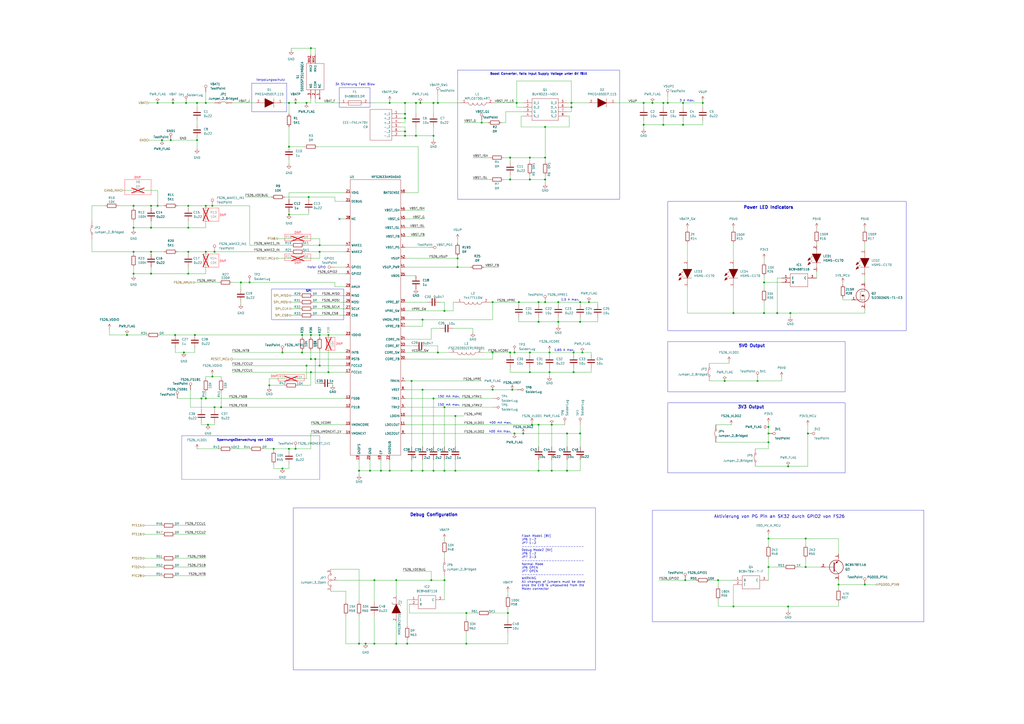
<source format=kicad_sch>
(kicad_sch (version 20231120) (generator "eeschema") (generator_version "8.0")
  (paper "A2")
  (title_block (title "Power Supply") (date "2024-10-28"))
  (lib_symbols
    (symbol "Connector:TestPoint" (pin_numbers hide) (pin_names (offset 0.762) hide)
      (property "Reference" "TP" (at 0 6.858 0))
      (property "Value" "TestPoint" (at 0 5.08 0))
      (symbol "TestPoint_1_1"
        (pin passive line (at 0 0 90) (length 2.54) (name "1") (number "1"))
      )
    )
    (symbol "Connector:TestPoint_Alt" (pin_numbers hide) (pin_names (offset 0.762) hide)
      (property "Reference" "TP" (at 0 6.858 0))
      (property "Value" "TestPoint_Alt" (at 0 5.08 0))
      (symbol "TestPoint_Alt_1_1"
        (pin passive line (at 0 0 90) (length 2.54) (name "1") (number "1"))
      )
    )
    (symbol "Device:C" (pin_numbers hide) (pin_names (offset 0.254))
      (property "Reference" "C" (at 0.635 2.54 0))
      (property "Value" "C" (at 0.635 -2.54 0))
      (symbol "C_1_1"
        (pin passive line (at 0 3.81 270) (length 2.794) (name "~") (number "1"))
        (pin passive line (at 0 -3.81 90) (length 2.794) (name "~") (number "2"))
      )
    )
    (symbol "Device:R" (pin_numbers hide) (pin_names (offset 0))
      (property "Reference" "R" (at 2.032 0 90))
      (property "Value" "R" (at 0 0 90))
      (symbol "R_1_1"
        (pin passive line (at 0 3.81 270) (length 1.27) (name "~") (number "1"))
        (pin passive line (at 0 -3.81 90) (length 1.27) (name "~") (number "2"))
      )
    )
    (symbol "Jumper:Jumper_2_Bridged" (pin_numbers hide) (pin_names (offset 0) hide) (exclude_from_sim yes)
      (property "Reference" "JP" (at 0 1.905 0))
      (property "Value" "Jumper_2_Bridged" (at 0 -2.54 0))
      (symbol "Jumper_2_Bridged_1_1"
        (pin passive line (at -5.08 0 0) (length 2.54) (name "A") (number "1"))
        (pin passive line (at 5.08 0 180) (length 2.54) (name "B") (number "2"))
      )
    )
    (symbol "Jumper:Jumper_3_Open" (pin_names (offset 0) hide) (exclude_from_sim yes) (in_bom no)
      (property "Reference" "JP" (at -2.54 -2.54 0))
      (property "Value" "Jumper_3_Open" (at 0 2.794 0))
      (symbol "Jumper_3_Open_1_1"
        (pin passive line (at -6.35 0 0) (length 2.54) (name "A") (number "1"))
        (pin passive line (at 0 -3.81 90) (length 2.54) (name "C") (number "2"))
        (pin passive line (at 6.35 0 180) (length 2.54) (name "B") (number "3"))
      )
    )
    (symbol "NXP_FS26:FS26"
      (property "Reference" "U" (at 0 76.454 0))
      (symbol "FS26_1_1"
        (pin passive line (at 17.78 35.56 180) (length 2.54) (name "VBST_PG") (number "1"))
        (pin input line (at 17.78 -62.23 180) (length 2.54) (name "LDOIN") (number "10"))
        (pin output line (at 17.78 -67.31 180) (length 2.54) (name "LDO1OUT") (number "11"))
        (pin output line (at -16.51 -57.15 0) (length 2.54) (name "FS1B") (number "12"))
        (pin output line (at -16.51 -52.07 0) (length 2.54) (name "FS0B") (number "13"))
        (pin input line (at -16.51 -72.39 0) (length 2.54) (name "VMONEXT") (number "14"))
        (pin input line (at -16.51 -67.31 0) (length 2.54) (name "VMONCORE") (number "15"))
        (pin bidirectional line (at -16.51 -29.21 0) (length 2.54) (name "RSTB") (number "16"))
        (pin input line (at -16.51 -36.83 0) (length 2.54) (name "FCCU1") (number "17"))
        (pin input line (at -16.51 -33.02 0) (length 2.54) (name "FCCU2") (number "18"))
        (pin input line (at -8.89 -87.63 90) (length 2.54) (name "GNDFS") (number "19"))
        (pin input line (at -16.51 33.02 0) (length 2.54) (name "WAKE2") (number "2"))
        (pin input line (at -2.54 -87.63 90) (length 2.54) (name "GND") (number "20"))
        (pin output line (at -16.51 67.31 0) (length 2.54) (name "VDIG") (number "21"))
        (pin input line (at 8.89 -87.63 90) (length 2.54) (name "GNDSUB") (number "22"))
        (pin input line (at -16.51 -15.24 0) (length 2.54) (name "VDDIO") (number "23"))
        (pin output line (at -16.51 -25.4 0) (length 2.54) (name "INTB") (number "24"))
        (pin output line (at -16.51 7.62 0) (length 2.54) (name "MISO") (number "25"))
        (pin input line (at -16.51 3.81 0) (length 2.54) (name "MOSI") (number "26"))
        (pin bidirectional line (at -16.51 0 0) (length 2.54) (name "SCLK") (number "27"))
        (pin input line (at -16.51 -3.81 0) (length 2.54) (name "CSB") (number "28"))
        (pin bidirectional line (at -16.51 12.7 0) (length 2.54) (name "AMUX") (number "29"))
        (pin bidirectional line (at -16.51 24.13 0) (length 2.54) (name "GPIO1") (number "3"))
        (pin input line (at 17.78 -29.21 180) (length 2.54) (name "CORE_FB") (number "30"))
        (pin input line (at -16.51 62.23 0) (length 2.54) (name "DEBUG") (number "31"))
        (pin output line (at 17.78 -25.4 180) (length 2.54) (name "CORE_SW") (number "32"))
        (pin input line (at 17.78 -21.59 180) (length 2.54) (name "CORE_BT") (number "33"))
        (pin input line (at 17.78 -17.78 180) (length 2.54) (name "CORE_IN") (number "34"))
        (pin output line (at 17.78 19.05 180) (length 2.54) (name "VBOS") (number "35"))
        (pin input line (at 17.78 -6.35 180) (length 2.54) (name "VMON_PRE") (number "36"))
        (pin input line (at 17.78 -10.16 180) (length 2.54) (name "VPRE_FB") (number "37"))
        (pin passive line (at -16.51 52.07 0) (length 2.54) (name "NC") (number "38"))
        (pin output line (at 17.78 3.81 180) (length 2.54) (name "VPRE_BT") (number "39"))
        (pin output line (at 17.78 -52.07 180) (length 2.54) (name "TRK1") (number "4"))
        (pin output line (at 17.78 -1.27 180) (length 2.54) (name "VPRE_SW") (number "40"))
        (pin input line (at 17.78 24.13 180) (length 2.54) (name "VSUP_PWR") (number "41"))
        (pin input line (at 17.78 29.21 180) (length 2.54) (name "VSUP") (number "42"))
        (pin input line (at 17.78 41.91 180) (length 2.54) (name "VBST_FB") (number "43"))
        (pin input line (at 17.78 46.99 180) (length 2.54) (name "VBST_ISL") (number "44"))
        (pin output line (at 17.78 52.07 180) (length 2.54) (name "VBST_G") (number "45"))
        (pin input line (at 17.78 57.15 180) (length 2.54) (name "VBST_ISH") (number "46"))
        (pin input line (at -16.51 36.83 0) (length 2.54) (name "WAKE1") (number "47"))
        (pin input line (at 17.78 67.31 180) (length 2.54) (name "BATSENSE") (number "48"))
        (pin input line (at 3.81 -87.63 90) (length 2.54) (name "EP") (number "49"))
        (pin output line (at 17.78 -57.15 180) (length 2.54) (name "TRK2") (number "5"))
        (pin bidirectional line (at -16.51 20.32 0) (length 2.54) (name "GPIO2") (number "6"))
        (pin input line (at 17.78 -41.91 180) (length 2.54) (name "TRKIN") (number "7"))
        (pin output line (at 17.78 -46.99 180) (length 2.54) (name "VREF") (number "8"))
        (pin output line (at 17.78 -72.39 180) (length 2.54) (name "LDO2OUT") (number "9"))
      )
    )
    (symbol "SamacSys_Parts:0458003.DR" (pin_names (offset 0.762))
      (property "Reference" "F" (at 13.97 6.35 0))
      (property "Value" "0458003.DR" (at 13.97 3.81 0))
      (symbol "0458003.DR_0_0"
        (pin passive line (at 0 0 0) (length 5.08) (name "~") (number "1"))
        (pin passive line (at 17.78 0 180) (length 5.08) (name "~") (number "2"))
      )
    )
    (symbol "SamacSys_Parts:500SSP3S1M6QEA" (pin_names (offset 0.762))
      (property "Reference" "S" (at 21.59 7.62 0))
      (property "Value" "500SSP3S1M6QEA" (at 21.59 5.08 0))
      (symbol "500SSP3S1M6QEA_0_0"
        (pin no_connect line (at 25.4 -5.08 180) (length 5.08) (name "NC") (number "1"))
        (pin passive line (at 25.4 -2.54 180) (length 5.08) (name "COM") (number "2"))
        (pin passive line (at 25.4 0 180) (length 5.08) (name "NO") (number "3"))
        (pin passive line (at 0 -2.54 0) (length 5.08) (name "MH1") (number "MH1"))
        (pin passive line (at 0 0 0) (length 5.08) (name "MH2") (number "MH2"))
      )
    )
    (symbol "SamacSys_Parts:74477110W" (pin_names (offset 0.762))
      (property "Reference" "L" (at 16.51 6.35 0))
      (property "Value" "74477110W" (at 16.51 3.81 0))
      (symbol "74477110W_0_0"
        (pin passive line (at 0 0 0) (length 5.08) (name "~") (number "1"))
        (pin passive line (at 20.32 0 180) (length 5.08) (name "~") (number "2"))
      )
    )
    (symbol "SamacSys_Parts:BC846BT116" (pin_names (offset 0.762))
      (property "Reference" "IC" (at 16.51 7.62 0))
      (property "Value" "BC846BT116" (at 16.51 5.08 0))
      (symbol "BC846BT116_0_0"
        (pin passive line (at 0 0 0) (length 5.08) (name "E") (number "1"))
        (pin passive line (at 0 -2.54 0) (length 5.08) (name "B") (number "2"))
        (pin passive line (at 20.32 0 180) (length 5.08) (name "C") (number "3"))
      )
    )
    (symbol "SamacSys_Parts:BC847BW-7-F" (pin_names (offset 0.762))
      (property "Reference" "Q" (at 16.51 7.62 0))
      (property "Value" "BC847BW-7-F" (at 16.51 5.08 0))
      (symbol "BC847BW-7-F_0_0"
        (pin passive line (at 0 0 0) (length 5.08) (name "B") (number "1"))
        (pin passive line (at 0 -2.54 0) (length 5.08) (name "E") (number "2"))
        (pin passive line (at 20.32 0 180) (length 5.08) (name "C") (number "3"))
      )
    )
    (symbol "SamacSys_Parts:BC857BT116" (pin_names (offset 0.762))
      (property "Reference" "Q" (at 13.97 1.27 0))
      (property "Value" "BC857BT116" (at 13.97 -1.27 0))
      (symbol "BC857BT116_0_0"
        (pin passive line (at 10.16 -7.62 90) (length 2.54) (name "~") (number "1"))
        (pin passive line (at 0 0 0) (length 2.54) (name "~") (number "2"))
        (pin passive line (at 10.16 7.62 270) (length 2.54) (name "~") (number "3"))
      )
    )
    (symbol "SamacSys_Parts:BUK9D23-40EX" (pin_names (offset 0.762))
      (property "Reference" "Q" (at 21.59 7.62 0))
      (property "Value" "BUK9D23-40EX" (at 21.59 5.08 0))
      (symbol "BUK9D23-40EX_0_0"
        (pin passive line (at 0 0 0) (length 5.08) (name "D_1") (number "1"))
        (pin passive line (at 0 -2.54 0) (length 5.08) (name "D_2") (number "2"))
        (pin passive line (at 0 -5.08 0) (length 5.08) (name "G") (number "3"))
        (pin passive line (at 0 -7.62 0) (length 5.08) (name "S_1") (number "4"))
        (pin passive line (at 25.4 0 180) (length 5.08) (name "D_3") (number "5"))
        (pin passive line (at 25.4 -2.54 180) (length 5.08) (name "D_4") (number "6"))
        (pin passive line (at 25.4 -5.08 180) (length 5.08) (name "D_5") (number "7"))
        (pin passive line (at 25.4 -7.62 180) (length 5.08) (name "S_2") (number "8"))
      )
    )
    (symbol "SamacSys_Parts:EEE-FN1J470V" (pin_names (offset 0.762))
      (property "Reference" "C" (at 19.05 7.62 0))
      (property "Value" "EEE-FN1J470V" (at 19.05 5.08 0))
      (symbol "EEE-FN1J470V_0_0"
        (pin passive line (at 0 -12.7 0) (length 5.08) (name "+_1") (number "1"))
        (pin passive line (at 0 0 0) (length 5.08) (name "-_1") (number "2"))
        (pin passive line (at 0 -10.16 0) (length 5.08) (name "+_2") (number "3"))
        (pin passive line (at 0 -7.62 0) (length 5.08) (name "+_3") (number "4"))
        (pin passive line (at 0 -5.08 0) (length 5.08) (name "-_2") (number "5"))
        (pin passive line (at 0 -2.54 0) (length 5.08) (name "-_3") (number "6"))
      )
    )
    (symbol "SamacSys_Parts:HSMG-C170" (pin_names (offset 0.762))
      (property "Reference" "LED" (at 12.7 8.89 0))
      (property "Value" "HSMG-C170" (at 12.7 6.35 0))
      (symbol "HSMG-C170_0_0"
        (pin passive line (at 0 0 0) (length 2.54) (name "~") (number "1"))
        (pin passive line (at 15.24 0 180) (length 2.54) (name "~") (number "2"))
      )
    )
    (symbol "SamacSys_Parts:HSMS-C170" (pin_names (offset 0.762))
      (property "Reference" "LED" (at 12.7 8.89 0))
      (property "Value" "HSMS-C170" (at 12.7 6.35 0))
      (symbol "HSMS-C170_0_0"
        (pin passive line (at 0 0 0) (length 2.54) (name "~") (number "1"))
        (pin passive line (at 15.24 0 180) (length 2.54) (name "~") (number "2"))
      )
    )
    (symbol "SamacSys_Parts:IFSC2020DZER1R0N01" (pin_names (offset 0.762))
      (property "Reference" "L" (at 16.51 6.35 0))
      (property "Value" "IFSC2020DZER1R0N01" (at 16.51 3.81 0))
      (symbol "IFSC2020DZER1R0N01_0_0"
        (pin passive line (at 0 0 0) (length 5.08) (name "~") (number "1"))
        (pin passive line (at 20.32 0 180) (length 5.08) (name "~") (number "2"))
      )
    )
    (symbol "SamacSys_Parts:MMSZ8V2T1G" (pin_names (offset 0.762))
      (property "Reference" "Z" (at 10.16 8.89 0))
      (property "Value" "MMSZ8V2T1G" (at 10.16 6.35 0))
      (symbol "MMSZ8V2T1G_0_0"
        (pin passive line (at 0 0 0) (length 2.54) (name "~") (number "1"))
        (pin passive line (at 15.24 0 180) (length 2.54) (name "~") (number "2"))
      )
    )
    (symbol "SamacSys_Parts:MPLC0730L4R7" (pin_names (offset 0.762))
      (property "Reference" "L" (at 16.51 6.35 0))
      (property "Value" "MPLC0730L4R7" (at 16.51 3.81 0))
      (symbol "MPLC0730L4R7_0_0"
        (pin passive line (at 0 0 0) (length 5.08) (name "~") (number "1"))
        (pin passive line (at 20.32 0 180) (length 5.08) (name "~") (number "2"))
      )
    )
    (symbol "SamacSys_Parts:PMEG4050EP,115" (pin_names (offset 0.762))
      (property "Reference" "D" (at 11.43 5.08 0))
      (property "Value" "PMEG4050EP,115" (at 11.43 2.54 0))
      (symbol "PMEG4050EP,115_0_0"
        (pin passive line (at 0 0 0) (length 2.54) (name "~") (number "1"))
        (pin passive line (at 15.24 0 180) (length 2.54) (name "~") (number "2"))
      )
    )
    (symbol "SamacSys_Parts:SI2302ADS-T1-E3" (pin_names (offset 0.762))
      (property "Reference" "Q" (at 11.43 3.81 0))
      (property "Value" "SI2302ADS-T1-E3" (at 11.43 1.27 0))
      (symbol "SI2302ADS-T1-E3_0_0"
        (pin passive line (at 0 0 0) (length 2.54) (name "~") (number "1"))
        (pin passive line (at 7.62 -5.08 90) (length 2.54) (name "~") (number "2"))
        (pin passive line (at 7.62 10.16 270) (length 2.54) (name "~") (number "3"))
      )
    )
    (symbol "power:+BATT" (power) (pin_numbers hide) (pin_names (offset 0) hide)
      (property "Value" "+BATT" (at 0 3.556 0))
      (symbol "+BATT_1_1"
        (pin power_in line (at 0 0 90) (length 0) (name "~") (number "1"))
      )
    )
    (symbol "power:GND" (power) (pin_numbers hide) (pin_names (offset 0) hide)
      (property "Value" "GND" (at 0 -3.81 0))
      (symbol "GND_1_1"
        (pin power_in line (at 0 0 270) (length 0) (name "~") (number "1"))
      )
    )
    (symbol "power:PWR_FLAG" (power) (pin_numbers hide) (pin_names (offset 0) hide)
      (property "Value" "PWR_FLAG" (at 0 3.81 0))
      (symbol "PWR_FLAG_0_0"
        (pin power_out line (at 0 0 90) (length 0) (name "~") (number "1"))
      )
    )
  )
  (junction (at 217.17 373.38))
  (junction (at 270.51 355.6))
  (junction (at 384.81 59.69))
  (junction (at 190.5 194.31))
  (junction (at 234.95 78.74))
  (junction (at 185.42 212.09))
  (junction (at 425.45 351.79))
  (junction (at 279.4 71.12))
  (junction (at 91.44 119.38))
  (junction (at 93.98 81.28))
  (junction (at 119.38 231.14))
  (junction (at 214.63 273.05))
  (junction (at 99.06 81.28))
  (junction (at 87.63 158.75))
  (junction (at 119.38 59.69))
  (junction (at 257.81 236.22))
  (junction (at 486.41 339.09))
  (junction (at 139.7 163.83))
  (junction (at 295.91 204.47))
  (junction (at 175.26 204.47))
  (junction (at 468.63 251.46))
  (junction (at 420.37 220.98))
  (junction (at 307.34 91.44))
  (junction (at 226.06 59.69))
  (junction (at 264.16 241.3))
  (junction (at 185.42 146.05))
  (junction (at 156.21 223.52))
  (junction (at 285.75 204.47))
  (junction (at 445.77 312.42))
  (junction (at 336.55 186.69))
  (junction (at 128.27 236.22))
  (junction (at 341.63 175.26))
  (junction (at 264.16 273.05))
  (junction (at 212.09 373.38))
  (junction (at 396.24 59.69))
  (junction (at 171.45 59.69))
  (junction (at 328.93 251.46))
  (junction (at 467.36 328.93))
  (junction (at 251.46 231.14))
  (junction (at 91.44 59.69))
  (junction (at 234.95 66.04))
  (junction (at 100.33 59.69))
  (junction (at 307.34 215.9))
  (junction (at 107.95 59.69))
  (junction (at 257.81 336.55))
  (junction (at 167.64 85.09))
  (junction (at 316.23 91.44))
  (junction (at 295.91 91.44))
  (junction (at 175.26 194.31))
  (junction (at 245.11 185.42))
  (junction (at 163.83 271.78))
  (junction (at 331.47 59.69))
  (junction (at 387.35 59.69))
  (junction (at 300.99 175.26))
  (junction (at 119.38 119.38))
  (junction (at 101.6 194.31))
  (junction (at 229.87 373.38))
  (junction (at 458.47 181.61))
  (junction (at 312.42 273.05))
  (junction (at 298.45 251.46))
  (junction (at 236.22 373.38))
  (junction (at 396.24 72.39))
  (junction (at 312.42 175.26))
  (junction (at 251.46 59.69))
  (junction (at 445.77 328.93))
  (junction (at 73.66 194.31))
  (junction (at 443.23 181.61))
  (junction (at 167.64 260.35))
  (junction (at 318.77 215.9))
  (junction (at 384.81 72.39))
  (junction (at 320.04 273.05))
  (junction (at 251.46 273.05))
  (junction (at 337.82 204.47))
  (junction (at 226.06 273.05))
  (junction (at 241.3 59.69))
  (junction (at 234.95 76.2))
  (junction (at 254 204.47))
  (junction (at 265.43 154.94))
  (junction (at 109.22 132.08))
  (junction (at 243.84 59.69))
  (junction (at 257.81 273.05))
  (junction (at 257.81 180.34))
  (junction (at 77.47 119.38))
  (junction (at 295.91 104.14))
  (junction (at 113.03 194.31))
  (junction (at 217.17 336.55))
  (junction (at 123.19 119.38))
  (junction (at 439.42 220.98))
  (junction (at 116.84 231.14))
  (junction (at 158.75 260.35))
  (junction (at 245.11 273.05))
  (junction (at 208.28 273.05))
  (junction (at 77.47 132.08))
  (junction (at 180.34 208.28))
  (junction (at 457.2 351.79))
  (junction (at 407.67 59.69))
  (junction (at 308.61 246.38))
  (junction (at 285.75 226.06))
  (junction (at 182.88 208.28))
  (junction (at 332.74 204.47))
  (junction (at 179.07 114.3))
  (junction (at 77.47 146.05))
  (junction (at 238.76 273.05))
  (junction (at 254 59.69))
  (junction (at 220.98 273.05))
  (junction (at 318.77 204.47))
  (junction (at 109.22 146.05))
  (junction (at 336.55 251.46))
  (junction (at 501.65 339.09))
  (junction (at 328.93 273.05))
  (junction (at 416.56 336.55))
  (junction (at 77.47 158.75))
  (junction (at 445.77 247.65))
  (junction (at 323.85 175.26))
  (junction (at 180.34 27.94))
  (junction (at 323.85 186.69))
  (junction (at 124.46 146.05))
  (junction (at 294.64 355.6))
  (junction (at 87.63 119.38))
  (junction (at 331.47 62.23))
  (junction (at 425.45 181.61))
  (junction (at 316.23 73.66))
  (junction (at 299.72 59.69))
  (junction (at 336.55 175.26))
  (junction (at 312.42 246.38))
  (junction (at 114.3 59.69))
  (junction (at 120.65 246.38))
  (junction (at 285.75 175.26))
  (junction (at 185.42 194.31))
  (junction (at 467.36 312.42))
  (junction (at 251.46 78.74))
  (junction (at 124.46 236.22))
  (junction (at 238.76 220.98))
  (junction (at 457.2 270.51))
  (junction (at 208.28 373.38))
  (junction (at 234.95 68.58))
  (junction (at 177.8 59.69))
  (junction (at 114.3 81.28))
  (junction (at 234.95 59.69))
  (junction (at 171.45 260.35))
  (junction (at 316.23 175.26))
  (junction (at 443.23 163.83))
  (junction (at 109.22 158.75))
  (junction (at 245.11 226.06))
  (junction (at 298.45 204.47))
  (junction (at 265.43 149.86))
  (junction (at 270.51 373.38))
  (junction (at 241.3 78.74))
  (junction (at 307.34 104.14))
  (junction (at 167.64 124.46))
  (junction (at 123.19 218.44))
  (junction (at 320.04 246.38))
  (junction (at 378.46 59.69))
  (junction (at 450.85 181.61))
  (junction (at 87.63 132.08))
  (junction (at 185.42 142.24))
  (junction (at 119.38 146.05))
  (junction (at 312.42 186.69))
  (junction (at 229.87 336.55))
  (junction (at 180.34 194.31))
  (junction (at 332.74 215.9))
  (junction (at 163.83 204.47))
  (junction (at 177.8 212.09))
  (junction (at 190.5 215.9))
  (junction (at 144.78 163.83))
  (junction (at 297.18 226.06))
  (junction (at 397.51 336.55))
  (junction (at 167.64 59.69))
  (junction (at 373.38 59.69))
  (junction (at 445.77 256.54))
  (junction (at 307.34 204.47))
  (junction (at 373.38 72.39))
  (junction (at 303.53 251.46))
  (junction (at 250.19 336.55))
  (junction (at 109.22 119.38))
  (junction (at 180.34 215.9))
  (junction (at 316.23 104.14))
  (junction (at 445.77 251.46))
  (junction (at 87.63 146.05))
  (junction (at 106.68 204.47))
  (no_connect (at 196.85 127))
  (wire (pts (xy 194.31 116.84) (xy 194.31 114.3)))
  (wire (pts (xy 234.95 127) (xy 246.38 127)))
  (wire (pts (xy 425.45 339.09) (xy 425.45 351.79)))
  (wire (pts (xy 264.16 266.7) (xy 264.16 273.05)))
  (wire (pts (xy 195.58 336.55) (xy 217.17 336.55)))
  (wire (pts (xy 190.5 194.31) (xy 200.66 194.31)))
  (wire (pts (xy 83.82 309.88) (xy 93.98 309.88)))
  (wire (pts (xy 445.77 328.93) (xy 454.66 328.93)))
  (wire (pts (xy 299.72 59.69) (xy 299.72 46.99)))
  (wire (pts (xy 332.74 205.74) (xy 332.74 204.47)))
  (wire (pts (xy 110.49 236.22) (xy 124.46 236.22)))
  (wire (pts (xy 425.45 140.97) (xy 425.45 151.13)))
  (wire (pts (xy 251.46 81.28) (xy 251.46 78.74)))
  (wire (pts (xy 200.66 251.46) (xy 180.34 251.46)))
  (wire (pts (xy 185.42 212.09) (xy 200.66 212.09)))
  (wire (pts (xy 163.83 204.47) (xy 175.26 204.47)))
  (wire (pts (xy 238.76 273.05) (xy 245.11 273.05)))
  (wire (pts (xy 102.87 146.05) (xy 109.22 146.05)))
  (wire (pts (xy 298.45 251.46) (xy 303.53 251.46)))
  (wire (pts (xy 387.35 59.69) (xy 396.24 59.69)))
  (wire (pts (xy 320.04 259.08) (xy 320.04 246.38)))
  (wire (pts (xy 238.76 220.98) (xy 279.4 220.98)))
  (wire (pts (xy 113.03 163.83) (xy 127 163.83)))
  (wire (pts (xy 182.88 57.15) (xy 182.88 59.69)))
  (wire (pts (xy 270.51 355.6) (xy 270.51 359.41)))
  (wire (pts (xy 320.04 246.38) (xy 327.66 246.38)))
  (wire (pts (xy 336.55 175.26) (xy 323.85 175.26)))
  (wire (pts (xy 167.64 124.46) (xy 179.07 124.46)))
  (wire (pts (xy 63.5 190.5) (xy 63.5 194.31)))
  (wire (pts (xy 245.11 185.42) (xy 245.11 189.23)))
  (wire (pts (xy 114.3 69.85) (xy 114.3 72.39)))
  (wire (pts (xy 229.87 360.68) (xy 229.87 373.38)))
  (wire (pts (xy 328.93 64.77) (xy 331.47 64.77)))
  (wire (pts (xy 416.56 336.55) (xy 425.45 336.55)))
  (wire (pts (xy 119.38 231.14) (xy 200.66 231.14)))
  (wire (pts (xy 101.6 309.88) (xy 119.38 309.88)))
  (wire (pts (xy 101.6 201.93) (xy 101.6 204.47)))
  (wire (pts (xy 208.28 356.87) (xy 208.28 373.38)))
  (wire (pts (xy 237.49 347.98) (xy 236.22 347.98)))
  (wire (pts (xy 234.95 251.46) (xy 298.45 251.46)))
  (wire (pts (xy 236.22 370.84) (xy 236.22 373.38)))
  (wire (pts (xy 119.38 218.44) (xy 119.38 219.71)))
  (wire (pts (xy 373.38 59.69) (xy 378.46 59.69)))
  (wire (pts (xy 501.65 132.08) (xy 501.65 133.35)))
  (wire (pts (xy 119.38 59.69) (xy 124.46 59.69)))
  (wire (pts (xy 234.95 73.66) (xy 234.95 76.2)))
  (wire (pts (xy 458.47 181.61) (xy 450.85 181.61)))
  (wire (pts (xy 254 204.47) (xy 254 200.66)))
  (wire (pts (xy 234.95 200.66) (xy 240.03 200.66)))
  (wire (pts (xy 445.77 256.54) (xy 445.77 251.46)))
  (wire (pts (xy 320.04 273.05) (xy 328.93 273.05)))
  (wire (pts (xy 102.87 231.14) (xy 116.84 231.14)))
  (wire (pts (xy 237.49 355.6) (xy 270.51 355.6)))
  (wire (pts (xy 262.89 190.5) (xy 274.32 190.5)))
  (wire (pts (xy 175.26 194.31) (xy 180.34 194.31)))
  (wire (pts (xy 316.23 73.66) (xy 316.23 91.44)))
  (wire (pts (xy 257.81 321.31) (xy 257.81 323.85)))
  (wire (pts (xy 330.2 67.31) (xy 328.93 67.31)))
  (wire (pts (xy 232.41 78.74) (xy 234.95 78.74)))
  (wire (pts (xy 226.06 58.42) (xy 226.06 59.69)))
  (wire (pts (xy 63.5 194.31) (xy 73.66 194.31)))
  (wire (pts (xy 234.95 220.98) (xy 238.76 220.98)))
  (wire (pts (xy 234.95 208.28) (xy 285.75 208.28)))
  (wire (pts (xy 438.15 260.35) (xy 445.77 260.35)))
  (wire (pts (xy 113.03 204.47) (xy 113.03 201.93)))
  (wire (pts (xy 156.21 219.71) (xy 156.21 223.52)))
  (wire (pts (xy 116.84 245.11) (xy 116.84 246.38)))
  (wire (pts (xy 280.67 204.47) (xy 285.75 204.47)))
  (wire (pts (xy 194.31 163.83) (xy 194.31 166.37)))
  (wire (pts (xy 264.16 241.3) (xy 264.16 259.08)))
  (wire (pts (xy 119.38 227.33) (xy 119.38 231.14)))
  (wire (pts (xy 300.99 175.26) (xy 300.99 176.53)))
  (wire (pts (xy 501.65 140.97) (xy 501.65 144.78)))
  (wire (pts (xy 250.19 190.5) (xy 250.19 196.85)))
  (wire (pts (xy 167.64 92.71) (xy 167.64 95.25)))
  (wire (pts (xy 251.46 266.7) (xy 251.46 273.05)))
  (wire (pts (xy 336.55 176.53) (xy 336.55 175.26)))
  (wire (pts (xy 91.44 59.69) (xy 100.33 59.69)))
  (wire (pts (xy 234.95 226.06) (xy 245.11 226.06)))
  (wire (pts (xy 185.42 146.05) (xy 200.66 146.05)))
  (wire (pts (xy 285.75 208.28) (xy 285.75 204.47)))
  (wire (pts (xy 302.26 67.31) (xy 302.26 73.66)))
  (wire (pts (xy 134.62 208.28) (xy 180.34 208.28)))
  (wire (pts (xy 194.31 163.83) (xy 144.78 163.83)))
  (wire (pts (xy 425.45 351.79) (xy 457.2 351.79)))
  (wire (pts (xy 190.5 194.31) (xy 190.5 195.58)))
  (wire (pts (xy 109.22 146.05) (xy 109.22 147.32)))
  (wire (pts (xy 312.42 184.15) (xy 312.42 186.69)))
  (wire (pts (xy 101.6 304.8) (xy 119.38 304.8)))
  (wire (pts (xy 208.28 373.38) (xy 200.66 373.38)))
  (wire (pts (xy 337.82 204.47) (xy 342.9 204.47)))
  (wire (pts (xy 185.42 138.43) (xy 185.42 142.24)))
  (wire (pts (xy 152.4 260.35) (xy 158.75 260.35)))
  (wire (pts (xy 114.3 59.69) (xy 119.38 59.69)))
  (wire (pts (xy 175.26 194.31) (xy 175.26 195.58)))
  (wire (pts (xy 462.28 328.93) (xy 467.36 328.93)))
  (wire (pts (xy 156.21 223.52) (xy 165.1 223.52)))
  (wire (pts (xy 445.77 247.65) (xy 445.77 245.11)))
  (wire (pts (xy 167.64 73.66) (xy 167.64 85.09)))
  (wire (pts (xy 486.41 321.31) (xy 486.41 312.42)))
  (wire (pts (xy 73.66 194.31) (xy 85.09 194.31)))
  (wire (pts (xy 312.42 186.69) (xy 323.85 186.69)))
  (wire (pts (xy 318.77 204.47) (xy 318.77 205.74)))
  (wire (pts (xy 398.78 181.61) (xy 425.45 181.61)))
  (wire (pts (xy 420.37 220.98) (xy 439.42 220.98)))
  (wire (pts (xy 168.91 179.07) (xy 173.99 179.07)))
  (wire (pts (xy 232.41 68.58) (xy 234.95 68.58)))
  (wire (pts (xy 116.84 231.14) (xy 119.38 231.14)))
  (wire (pts (xy 411.48 210.82) (xy 422.91 210.82)))
  (wire (pts (xy 185.42 222.25) (xy 182.88 222.25)))
  (wire (pts (xy 177.8 212.09) (xy 177.8 219.71)))
  (wire (pts (xy 378.46 59.69) (xy 384.81 59.69)))
  (wire (pts (xy 287.02 59.69) (xy 299.72 59.69)))
  (wire (pts (xy 87.63 128.27) (xy 87.63 132.08)))
  (wire (pts (xy 180.34 194.31) (xy 180.34 195.58)))
  (wire (pts (xy 384.81 59.69) (xy 387.35 59.69)))
  (wire (pts (xy 330.2 73.66) (xy 330.2 67.31)))
  (wire (pts (xy 200.66 111.76) (xy 167.64 111.76)))
  (wire (pts (xy 87.63 154.94) (xy 87.63 158.75)))
  (wire (pts (xy 142.24 114.3) (xy 157.48 114.3)))
  (wire (pts (xy 316.23 73.66) (xy 330.2 73.66)))
  (wire (pts (xy 116.84 246.38) (xy 120.65 246.38)))
  (wire (pts (xy 193.04 222.25) (xy 193.04 223.52)))
  (wire (pts (xy 53.34 146.05) (xy 77.47 146.05)))
  (wire (pts (xy 177.8 219.71) (xy 172.72 219.71)))
  (wire (pts (xy 473.71 132.08) (xy 473.71 133.35)))
  (wire (pts (xy 177.8 59.69) (xy 171.45 59.69)))
  (wire (pts (xy 241.3 59.69) (xy 241.3 66.04)))
  (wire (pts (xy 139.7 163.83) (xy 139.7 167.64)))
  (wire (pts (xy 182.88 208.28) (xy 200.66 208.28)))
  (wire (pts (xy 307.34 213.36) (xy 307.34 215.9)))
  (wire (pts (xy 274.32 190.5) (xy 274.32 193.04)))
  (wire (pts (xy 87.63 132.08) (xy 109.22 132.08)))
  (wire (pts (xy 190.5 215.9) (xy 200.66 215.9)))
  (wire (pts (xy 167.64 271.78) (xy 167.64 269.24)))
  (wire (pts (xy 217.17 356.87) (xy 217.17 373.38)))
  (wire (pts (xy 346.71 175.26) (xy 341.63 175.26)))
  (wire (pts (xy 445.77 260.35) (xy 445.77 256.54)))
  (wire (pts (xy 114.3 81.28) (xy 114.3 86.36)))
  (wire (pts (xy 208.28 273.05) (xy 208.28 275.59)))
  (wire (pts (xy 77.47 128.27) (xy 77.47 132.08)))
  (wire (pts (xy 180.34 57.15) (xy 180.34 59.69)))
  (wire (pts (xy 217.17 349.25) (xy 217.17 336.55)))
  (wire (pts (xy 397.51 336.55) (xy 403.86 336.55)))
  (wire (pts (xy 87.63 132.08) (xy 77.47 132.08)))
  (wire (pts (xy 422.91 210.82) (xy 422.91 209.55)))
  (wire (pts (xy 295.91 91.44) (xy 307.34 91.44)))
  (wire (pts (xy 234.95 175.26) (xy 247.65 175.26)))
  (wire (pts (xy 457.2 351.79) (xy 486.41 351.79)))
  (wire (pts (xy 175.26 204.47) (xy 200.66 204.47)))
  (wire (pts (xy 312.42 266.7) (xy 312.42 273.05)))
  (wire (pts (xy 445.77 312.42) (xy 445.77 316.23)))
  (wire (pts (xy 332.74 213.36) (xy 332.74 215.9)))
  (wire (pts (xy 168.91 27.94) (xy 180.34 27.94)))
  (wire (pts (xy 171.45 260.35) (xy 180.34 260.35)))
  (wire (pts (xy 280.67 154.94) (xy 289.56 154.94)))
  (wire (pts (xy 307.34 104.14) (xy 316.23 104.14)))
  (wire (pts (xy 241.3 59.69) (xy 243.84 59.69)))
  (wire (pts (xy 119.38 146.05) (xy 119.38 147.32)))
  (wire (pts (xy 257.81 336.55) (xy 257.81 347.98)))
  (wire (pts (xy 445.77 328.93) (xy 445.77 336.55)))
  (wire (pts (xy 486.41 339.09) (xy 486.41 341.63)))
  (wire (pts (xy 163.83 271.78) (xy 167.64 271.78)))
  (wire (pts (xy 251.46 73.66) (xy 251.46 78.74)))
  (wire (pts (xy 298.45 204.47) (xy 307.34 204.47)))
  (wire (pts (xy 300.99 175.26) (xy 312.42 175.26)))
  (wire (pts (xy 445.77 309.88) (xy 445.77 312.42)))
  (wire (pts (xy 265.43 149.86) (xy 265.43 154.94)))
  (wire (pts (xy 323.85 186.69) (xy 323.85 189.23)))
  (wire (pts (xy 200.66 342.9) (xy 200.66 349.25)))
  (wire (pts (xy 114.3 80.01) (xy 114.3 81.28)))
  (wire (pts (xy 453.39 220.98) (xy 439.42 220.98)))
  (wire (pts (xy 243.84 59.69) (xy 251.46 59.69)))
  (wire (pts (xy 101.6 334.01) (xy 119.38 334.01)))
  (wire (pts (xy 328.93 251.46) (xy 336.55 251.46)))
  (wire (pts (xy 100.33 59.69) (xy 107.95 59.69)))
  (wire (pts (xy 316.23 175.26) (xy 323.85 175.26)))
  (wire (pts (xy 234.95 149.86) (xy 265.43 149.86)))
  (wire (pts (xy 328.93 62.23) (xy 331.47 62.23)))
  (wire (pts (xy 238.76 220.98) (xy 238.76 259.08)))
  (wire (pts (xy 488.95 163.83) (xy 488.95 165.1)))
  (wire (pts (xy 257.81 175.26) (xy 257.81 180.34)))
  (wire (pts (xy 245.11 185.42) (xy 234.95 185.42)))
  (wire (pts (xy 443.23 149.86) (xy 443.23 152.4)))
  (wire (pts (xy 245.11 226.06) (xy 245.11 259.08)))
  (wire (pts (xy 285.75 226.06) (xy 297.18 226.06)))
  (wire (pts (xy 161.29 138.43) (xy 168.91 138.43)))
  (wire (pts (xy 257.81 273.05) (xy 264.16 273.05)))
  (wire (pts (xy 398.78 132.08) (xy 398.78 133.35)))
  (wire (pts (xy 238.76 266.7) (xy 238.76 273.05)))
  (wire (pts (xy 242.57 111.76) (xy 242.57 85.09)))
  (wire (pts (xy 87.63 158.75) (xy 109.22 158.75)))
  (wire (pts (xy 87.63 158.75) (xy 77.47 158.75)))
  (wire (pts (xy 175.26 203.2) (xy 175.26 204.47)))
  (wire (pts (xy 128.27 227.33) (xy 128.27 236.22)))
  (wire (pts (xy 156.21 223.52) (xy 156.21 224.79)))
  (wire (pts (xy 439.42 220.98) (xy 439.42 219.71)))
  (wire (pts (xy 382.27 336.55) (xy 397.51 336.55)))
  (wire (pts (xy 300.99 186.69) (xy 312.42 186.69)))
  (wire (pts (xy 158.75 269.24) (xy 158.75 271.78)))
  (wire (pts (xy 457.2 351.79) (xy 457.2 354.33)))
  (wire (pts (xy 180.34 251.46) (xy 180.34 260.35)))
  (wire (pts (xy 234.95 68.58) (xy 234.95 71.12)))
  (wire (pts (xy 180.34 59.69) (xy 177.8 59.69)))
  (wire (pts (xy 87.63 146.05) (xy 87.63 147.32)))
  (wire (pts (xy 415.29 256.54) (xy 445.77 256.54)))
  (wire (pts (xy 356.87 59.69) (xy 373.38 59.69)))
  (wire (pts (xy 77.47 154.94) (xy 77.47 158.75)))
  (wire (pts (xy 241.3 73.66) (xy 241.3 78.74)))
  (wire (pts (xy 316.23 91.44) (xy 316.23 93.98)))
  (wire (pts (xy 128.27 236.22) (xy 200.66 236.22)))
  (wire (pts (xy 109.22 146.05) (xy 119.38 146.05)))
  (wire (pts (xy 182.88 208.28) (xy 182.88 222.25)))
  (wire (pts (xy 236.22 373.38) (xy 229.87 373.38)))
  (wire (pts (xy 292.1 91.44) (xy 295.91 91.44)))
  (wire (pts (xy 101.6 328.93) (xy 119.38 328.93)))
  (wire (pts (xy 346.71 186.69) (xy 336.55 186.69)))
  (wire (pts (xy 299.72 46.99) (xy 331.47 46.99)))
  (wire (pts (xy 336.55 273.05) (xy 336.55 266.7)))
  (wire (pts (xy 294.64 367.03) (xy 294.64 373.38)))
  (wire (pts (xy 254 204.47) (xy 260.35 204.47)))
  (wire (pts (xy 116.84 231.14) (xy 116.84 237.49)))
  (wire (pts (xy 91.44 110.49) (xy 91.44 119.38)))
  (wire (pts (xy 217.17 373.38) (xy 212.09 373.38)))
  (wire (pts (xy 180.34 27.94) (xy 182.88 27.94)))
  (wire (pts (xy 176.53 85.09) (xy 167.64 85.09)))
  (wire (pts (xy 245.11 273.05) (xy 251.46 273.05)))
  (wire (pts (xy 191.77 330.2) (xy 208.28 330.2)))
  (wire (pts (xy 185.42 149.86) (xy 185.42 146.05)))
  (wire (pts (xy 220.98 266.7) (xy 220.98 273.05)))
  (wire (pts (xy 316.23 104.14) (xy 316.23 106.68)))
  (wire (pts (xy 134.62 204.47) (xy 163.83 204.47)))
  (wire (pts (xy 254 59.69) (xy 266.7 59.69)))
  (wire (pts (xy 180.34 246.38) (xy 200.66 246.38)))
  (wire (pts (xy 180.34 31.75) (xy 180.34 27.94)))
  (wire (pts (xy 251.46 59.69) (xy 251.46 66.04)))
  (wire (pts (xy 303.53 62.23) (xy 299.72 62.23)))
  (wire (pts (xy 488.95 173.99) (xy 488.95 172.72)))
  (wire (pts (xy 234.95 143.51) (xy 248.92 143.51)))
  (wire (pts (xy 217.17 336.55) (xy 229.87 336.55)))
  (wire (pts (xy 264.16 273.05) (xy 312.42 273.05)))
  (wire (pts (xy 134.62 260.35) (xy 144.78 260.35)))
  (wire (pts (xy 312.42 273.05) (xy 320.04 273.05)))
  (wire (pts (xy 200.66 116.84) (xy 194.31 116.84)))
  (wire (pts (xy 171.45 59.69) (xy 167.64 59.69)))
  (wire (pts (xy 86.36 81.28) (xy 93.98 81.28)))
  (wire (pts (xy 180.34 215.9) (xy 190.5 215.9)))
  (wire (pts (xy 196.85 127) (xy 200.66 127)))
  (wire (pts (xy 242.57 111.76) (xy 234.95 111.76)))
  (wire (pts (xy 292.1 104.14) (xy 295.91 104.14)))
  (wire (pts (xy 303.53 67.31) (xy 302.26 67.31)))
  (wire (pts (xy 373.38 72.39) (xy 373.38 74.93)))
  (wire (pts (xy 232.41 66.04) (xy 234.95 66.04)))
  (wire (pts (xy 308.61 245.11) (xy 308.61 246.38)))
  (wire (pts (xy 167.64 261.62) (xy 167.64 260.35)))
  (wire (pts (xy 416.56 340.36) (xy 416.56 336.55)))
  (wire (pts (xy 302.26 73.66) (xy 316.23 73.66)))
  (wire (pts (xy 229.87 336.55) (xy 229.87 345.44)))
  (wire (pts (xy 274.32 91.44) (xy 284.48 91.44)))
  (wire (pts (xy 467.36 312.42) (xy 445.77 312.42)))
  (wire (pts (xy 251.46 231.14) (xy 251.46 259.08)))
  (wire (pts (xy 331.47 62.23) (xy 331.47 59.69)))
  (wire (pts (xy 245.11 266.7) (xy 245.11 273.05)))
  (wire (pts (xy 185.42 203.2) (xy 185.42 212.09)))
  (wire (pts (xy 168.91 142.24) (xy 144.78 142.24)))
  (wire (pts (xy 332.74 204.47) (xy 337.82 204.47)))
  (wire (pts (xy 113.03 194.31) (xy 175.26 194.31)))
  (wire (pts (xy 250.19 331.47) (xy 250.19 336.55)))
  (wire (pts (xy 450.85 161.29) (xy 450.85 181.61)))
  (wire (pts (xy 167.64 111.76) (xy 167.64 115.57)))
  (wire (pts (xy 184.15 85.09) (xy 242.57 85.09)))
  (wire (pts (xy 473.71 157.48) (xy 473.71 161.29)))
  (wire (pts (xy 180.34 194.31) (xy 185.42 194.31)))
  (wire (pts (xy 60.96 119.38) (xy 53.34 119.38)))
  (wire (pts (xy 247.65 200.66) (xy 254 200.66)))
  (wire (pts (xy 234.95 241.3) (xy 264.16 241.3)))
  (wire (pts (xy 165.1 114.3) (xy 179.07 114.3)))
  (wire (pts (xy 77.47 119.38) (xy 87.63 119.38)))
  (wire (pts (xy 127 260.35) (xy 114.3 260.35)))
  (wire (pts (xy 234.95 137.16) (xy 246.38 137.16)))
  (wire (pts (xy 87.63 146.05) (xy 95.25 146.05)))
  (wire (pts (xy 236.22 347.98) (xy 236.22 363.22)))
  (wire (pts (xy 411.48 336.55) (xy 416.56 336.55)))
  (wire (pts (xy 332.74 215.9) (xy 318.77 215.9)))
  (wire (pts (xy 168.91 171.45) (xy 173.99 171.45)))
  (wire (pts (xy 214.63 59.69) (xy 226.06 59.69)))
  (wire (pts (xy 251.46 273.05) (xy 257.81 273.05)))
  (wire (pts (xy 501.65 179.07) (xy 501.65 181.61)))
  (wire (pts (xy 77.47 158.75) (xy 77.47 160.02)))
  (wire (pts (xy 144.78 163.83) (xy 139.7 163.83)))
  (wire (pts (xy 396.24 59.69) (xy 396.24 62.23)))
  (wire (pts (xy 119.38 132.08) (xy 109.22 132.08)))
  (wire (pts (xy 299.72 62.23) (xy 299.72 59.69)))
  (wire (pts (xy 185.42 142.24) (xy 200.66 142.24)))
  (wire (pts (xy 124.46 236.22) (xy 124.46 237.49)))
  (wire (pts (xy 119.38 53.34) (xy 119.38 59.69)))
  (wire (pts (xy 307.34 204.47) (xy 307.34 205.74)))
  (wire (pts (xy 295.91 204.47) (xy 295.91 205.74)))
  (wire (pts (xy 279.4 69.85) (xy 279.4 71.12)))
  (wire (pts (xy 336.55 251.46) (xy 336.55 259.08)))
  (wire (pts (xy 83.82 328.93) (xy 93.98 328.93)))
  (wire (pts (xy 158.75 271.78) (xy 163.83 271.78)))
  (wire (pts (xy 468.63 251.46) (xy 468.63 270.51)))
  (wire (pts (xy 234.95 154.94) (xy 265.43 154.94)))
  (wire (pts (xy 494.03 173.99) (xy 488.95 173.99)))
  (wire (pts (xy 109.22 128.27) (xy 109.22 132.08)))
  (wire (pts (xy 101.6 194.31) (xy 113.03 194.31)))
  (wire (pts (xy 290.83 71.12) (xy 293.37 71.12)))
  (wire (pts (xy 265.43 138.43) (xy 265.43 140.97)))
  (wire (pts (xy 176.53 146.05) (xy 185.42 146.05)))
  (wire (pts (xy 208.28 266.7) (xy 208.28 273.05)))
  (wire (pts (xy 93.98 81.28) (xy 99.06 81.28)))
  (wire (pts (xy 128.27 218.44) (xy 128.27 219.71)))
  (wire (pts (xy 168.91 29.21) (xy 168.91 27.94)))
  (wire (pts (xy 226.06 273.05) (xy 238.76 273.05)))
  (wire (pts (xy 181.61 182.88) (xy 200.66 182.88)))
  (wire (pts (xy 346.71 184.15) (xy 346.71 186.69)))
  (wire (pts (xy 165.1 219.71) (xy 156.21 219.71)))
  (wire (pts (xy 398.78 140.97) (xy 398.78 151.13)))
  (wire (pts (xy 443.23 160.02) (xy 443.23 163.83)))
  (wire (pts (xy 234.95 160.02) (xy 241.3 160.02)))
  (wire (pts (xy 77.47 146.05) (xy 87.63 146.05)))
  (wire (pts (xy 179.07 124.46) (xy 179.07 123.19)))
  (wire (pts (xy 467.36 328.93) (xy 476.25 328.93)))
  (wire (pts (xy 181.61 171.45) (xy 200.66 171.45)))
  (wire (pts (xy 373.38 59.69) (xy 373.38 62.23)))
  (wire (pts (xy 312.42 175.26) (xy 312.42 176.53)))
  (wire (pts (xy 124.46 246.38) (xy 124.46 245.11)))
  (wire (pts (xy 53.34 119.38) (xy 53.34 128.27)))
  (wire (pts (xy 331.47 59.69) (xy 341.63 59.69)))
  (wire (pts (xy 185.42 194.31) (xy 190.5 194.31)))
  (wire (pts (xy 101.6 204.47) (xy 106.68 204.47)))
  (wire (pts (xy 68.58 119.38) (xy 77.47 119.38)))
  (wire (pts (xy 468.63 246.38) (xy 468.63 251.46)))
  (wire (pts (xy 443.23 175.26) (xy 443.23 181.61)))
  (wire (pts (xy 384.81 72.39) (xy 396.24 72.39)))
  (wire (pts (xy 257.81 266.7) (xy 257.81 273.05)))
  (wire (pts (xy 318.77 215.9) (xy 318.77 218.44)))
  (wire (pts (xy 250.19 336.55) (xy 257.81 336.55)))
  (wire (pts (xy 443.23 163.83) (xy 443.23 167.64)))
  (wire (pts (xy 331.47 46.99) (xy 331.47 59.69)))
  (wire (pts (xy 123.19 218.44) (xy 128.27 218.44)))
  (wire (pts (xy 190.5 203.2) (xy 190.5 215.9)))
  (wire (pts (xy 200.66 373.38) (xy 200.66 356.87)))
  (wire (pts (xy 226.06 266.7) (xy 226.06 273.05)))
  (wire (pts (xy 109.22 119.38) (xy 109.22 120.65)))
  (wire (pts (xy 285.75 175.26) (xy 285.75 185.42)))
  (wire (pts (xy 254 54.61) (xy 254 59.69)))
  (wire (pts (xy 172.72 223.52) (xy 180.34 223.52)))
  (wire (pts (xy 307.34 101.6) (xy 307.34 104.14)))
  (wire (pts (xy 384.81 59.69) (xy 384.81 62.23)))
  (wire (pts (xy 119.38 146.05) (xy 124.46 146.05)))
  (wire (pts (xy 257.81 236.22) (xy 257.81 259.08)))
  (wire (pts (xy 180.34 203.2) (xy 180.34 208.28)))
  (wire (pts (xy 77.47 146.05) (xy 77.47 147.32)))
  (wire (pts (xy 185.42 194.31) (xy 185.42 195.58)))
  (wire (pts (xy 458.47 181.61) (xy 458.47 184.15)))
  (wire (pts (xy 119.38 119.38) (xy 119.38 120.65)))
  (wire (pts (xy 384.81 69.85) (xy 384.81 72.39)))
  (wire (pts (xy 297.18 226.06) (xy 299.72 226.06)))
  (wire (pts (xy 328.93 273.05) (xy 336.55 273.05)))
  (wire (pts (xy 373.38 69.85) (xy 373.38 72.39)))
  (wire (pts (xy 182.88 59.69) (xy 196.85 59.69)))
  (wire (pts (xy 87.63 119.38) (xy 91.44 119.38)))
  (wire (pts (xy 323.85 186.69) (xy 323.85 184.15)))
  (wire (pts (xy 194.31 154.94) (xy 200.66 154.94)))
  (wire (pts (xy 257.81 180.34) (xy 234.95 180.34)))
  (wire (pts (xy 124.46 236.22) (xy 128.27 236.22)))
  (wire (pts (xy 342.9 213.36) (xy 342.9 215.9)))
  (wire (pts (xy 274.32 104.14) (xy 284.48 104.14)))
  (wire (pts (xy 346.71 176.53) (xy 346.71 175.26)))
  (wire (pts (xy 285.75 175.26) (xy 300.99 175.26)))
  (wire (pts (xy 119.38 218.44) (xy 123.19 218.44)))
  (wire (pts (xy 214.63 273.05) (xy 208.28 273.05)))
  (wire (pts (xy 139.7 175.26) (xy 139.7 176.53)))
  (wire (pts (xy 295.91 213.36) (xy 295.91 215.9)))
  (wire (pts (xy 102.87 119.38) (xy 109.22 119.38)))
  (wire (pts (xy 473.71 140.97) (xy 473.71 142.24)))
  (wire (pts (xy 416.56 351.79) (xy 425.45 351.79)))
  (wire (pts (xy 234.95 59.69) (xy 234.95 66.04)))
  (wire (pts (xy 119.38 154.94) (xy 119.38 158.75)))
  (wire (pts (xy 312.42 246.38) (xy 312.42 259.08)))
  (wire (pts (xy 194.31 166.37) (xy 200.66 166.37)))
  (wire (pts (xy 308.61 246.38) (xy 312.42 246.38)))
  (wire (pts (xy 86.36 59.69) (xy 91.44 59.69)))
  (wire (pts (xy 270.51 367.03) (xy 270.51 373.38)))
  (wire (pts (xy 220.98 273.05) (xy 214.63 273.05)))
  (wire (pts (xy 71.12 110.49) (xy 76.2 110.49)))
  (wire (pts (xy 373.38 72.39) (xy 384.81 72.39)))
  (wire (pts (xy 342.9 215.9) (xy 332.74 215.9)))
  (wire (pts (xy 294.64 342.9) (xy 294.64 345.44)))
  (wire (pts (xy 167.64 59.69) (xy 167.64 66.04)))
  (wire (pts (xy 77.47 119.38) (xy 77.47 120.65)))
  (wire (pts (xy 279.4 71.12) (xy 283.21 71.12)))
  (wire (pts (xy 486.41 339.09) (xy 501.65 339.09)))
  (wire (pts (xy 398.78 166.37) (xy 398.78 181.61)))
  (wire (pts (xy 486.41 349.25) (xy 486.41 351.79)))
  (wire (pts (xy 114.3 59.69) (xy 114.3 62.23)))
  (wire (pts (xy 328.93 266.7) (xy 328.93 273.05)))
  (wire (pts (xy 134.62 215.9) (xy 180.34 215.9)))
  (wire (pts (xy 323.85 175.26) (xy 323.85 176.53)))
  (wire (pts (xy 284.48 355.6) (xy 294.64 355.6)))
  (wire (pts (xy 181.61 179.07) (xy 200.66 179.07)))
  (wire (pts (xy 312.42 175.26) (xy 316.23 175.26)))
  (wire (pts (xy 445.77 323.85) (xy 445.77 328.93)))
  (wire (pts (xy 294.64 373.38) (xy 270.51 373.38)))
  (wire (pts (xy 184.15 158.75) (xy 200.66 158.75)))
  (wire (pts (xy 99.06 81.28) (xy 114.3 81.28)))
  (wire (pts (xy 468.63 270.51) (xy 457.2 270.51)))
  (wire (pts (xy 312.42 246.38) (xy 320.04 246.38)))
  (wire (pts (xy 486.41 336.55) (xy 486.41 339.09)))
  (wire (pts (xy 295.91 91.44) (xy 295.91 93.98)))
  (wire (pts (xy 83.82 304.8) (xy 93.98 304.8)))
  (wire (pts (xy 336.55 184.15) (xy 336.55 186.69)))
  (wire (pts (xy 182.88 27.94) (xy 182.88 31.75)))
  (wire (pts (xy 139.7 163.83) (xy 134.62 163.83)))
  (wire (pts (xy 270.51 355.6) (xy 276.86 355.6)))
  (wire (pts (xy 234.95 246.38) (xy 308.61 246.38)))
  (wire (pts (xy 318.77 204.47) (xy 332.74 204.47)))
  (wire (pts (xy 328.93 259.08) (xy 328.93 251.46)))
  (wire (pts (xy 425.45 166.37) (xy 425.45 181.61)))
  (wire (pts (xy 77.47 132.08) (xy 77.47 133.35)))
  (wire (pts (xy 113.03 204.47) (xy 106.68 204.47)))
  (wire (pts (xy 467.36 312.42) (xy 467.36 316.23)))
  (wire (pts (xy 262.89 175.26) (xy 262.89 180.34)))
  (wire (pts (xy 233.68 331.47) (xy 250.19 331.47)))
  (wire (pts (xy 176.53 142.24) (xy 185.42 142.24)))
  (wire (pts (xy 229.87 336.55) (xy 250.19 336.55)))
  (wire (pts (xy 318.77 203.2) (xy 318.77 204.47)))
  (wire (pts (xy 179.07 114.3) (xy 194.31 114.3)))
  (wire (pts (xy 445.77 251.46) (xy 445.77 247.65)))
  (wire (pts (xy 255.27 175.26) (xy 257.81 175.26)))
  (wire (pts (xy 229.87 373.38) (xy 217.17 373.38)))
  (wire (pts (xy 167.64 260.35) (xy 171.45 260.35)))
  (wire (pts (xy 257.81 312.42) (xy 257.81 313.69)))
  (wire (pts (xy 234.95 76.2) (xy 234.95 78.74)))
  (wire (pts (xy 109.22 119.38) (xy 119.38 119.38)))
  (wire (pts (xy 257.81 236.22) (xy 285.75 236.22)))
  (wire (pts (xy 453.39 218.44) (xy 453.39 220.98)))
  (wire (pts (xy 234.95 121.92) (xy 246.38 121.92)))
  (wire (pts (xy 307.34 91.44) (xy 307.34 93.98)))
  (wire (pts (xy 318.77 215.9) (xy 318.77 213.36)))
  (wire (pts (xy 294.64 355.6) (xy 294.64 353.06)))
  (wire (pts (xy 134.62 59.69) (xy 148.59 59.69)))
  (wire (pts (xy 234.95 204.47) (xy 254 204.47)))
  (wire (pts (xy 245.11 226.06) (xy 285.75 226.06)))
  (wire (pts (xy 265.43 154.94) (xy 273.05 154.94)))
  (wire (pts (xy 232.41 73.66) (xy 234.95 73.66)))
  (wire (pts (xy 251.46 231.14) (xy 285.75 231.14)))
  (wire (pts (xy 180.34 208.28) (xy 182.88 208.28)))
  (wire (pts (xy 119.38 128.27) (xy 119.38 132.08)))
  (wire (pts (xy 251.46 59.69) (xy 254 59.69)))
  (wire (pts (xy 411.48 220.98) (xy 420.37 220.98)))
  (wire (pts (xy 293.37 64.77) (xy 293.37 71.12)))
  (wire (pts (xy 295.91 204.47) (xy 298.45 204.47)))
  (wire (pts (xy 177.8 212.09) (xy 185.42 212.09)))
  (wire (pts (xy 92.71 194.31) (xy 101.6 194.31)))
  (wire (pts (xy 303.53 251.46) (xy 328.93 251.46)))
  (wire (pts (xy 270.51 373.38) (xy 236.22 373.38)))
  (wire (pts (xy 407.67 58.42) (xy 407.67 59.69)))
  (wire (pts (xy 425.45 181.61) (xy 443.23 181.61)))
  (wire (pts (xy 232.41 76.2) (xy 234.95 76.2)))
  (wire (pts (xy 234.95 66.04) (xy 234.95 68.58)))
  (wire (pts (xy 232.41 71.12) (xy 234.95 71.12)))
  (wire (pts (xy 295.91 215.9) (xy 307.34 215.9)))
  (wire (pts (xy 285.75 185.42) (xy 245.11 185.42)))
  (wire (pts (xy 387.35 55.88) (xy 387.35 59.69)))
  (wire (pts (xy 396.24 69.85) (xy 396.24 72.39)))
  (wire (pts (xy 407.67 59.69) (xy 407.67 62.23)))
  (wire (pts (xy 134.62 212.09) (xy 177.8 212.09)))
  (wire (pts (xy 234.95 189.23) (xy 245.11 189.23)))
  (wire (pts (xy 168.91 182.88) (xy 173.99 182.88)))
  (wire (pts (xy 336.55 186.69) (xy 323.85 186.69)))
  (wire (pts (xy 83.82 334.01) (xy 93.98 334.01)))
  (wire (pts (xy 167.64 59.69) (xy 163.83 59.69)))
  (wire (pts (xy 208.28 330.2) (xy 208.28 349.25)))
  (wire (pts (xy 241.3 78.74) (xy 251.46 78.74)))
  (wire (pts (xy 342.9 205.74) (xy 342.9 204.47)))
  (wire (pts (xy 250.19 196.85) (xy 234.95 196.85)))
  (wire (pts (xy 109.22 154.94) (xy 109.22 158.75)))
  (wire (pts (xy 87.63 119.38) (xy 87.63 120.65)))
  (wire (pts (xy 158.75 260.35) (xy 158.75 261.62)))
  (wire (pts (xy 119.38 119.38) (xy 123.19 119.38)))
  (wire (pts (xy 295.91 101.6) (xy 295.91 104.14)))
  (wire (pts (xy 161.29 149.86) (xy 168.91 149.86)))
  (wire (pts (xy 83.82 323.85) (xy 93.98 323.85)))
  (wire (pts (xy 318.77 215.9) (xy 307.34 215.9)))
  (wire (pts (xy 214.63 266.7) (xy 214.63 273.05)))
  (wire (pts (xy 307.34 91.44) (xy 316.23 91.44)))
  (wire (pts (xy 212.09 373.38) (xy 208.28 373.38)))
  (wire (pts (xy 265.43 148.59) (xy 265.43 149.86)))
  (wire (pts (xy 144.78 142.24) (xy 144.78 119.38)))
  (wire (pts (xy 396.24 59.69) (xy 407.67 59.69)))
  (wire (pts (xy 107.95 59.69) (xy 114.3 59.69)))
  (wire (pts (xy 250.19 190.5) (xy 255.27 190.5)))
  (wire (pts (xy 294.64 355.6) (xy 294.64 359.41)))
  (wire (pts (xy 396.24 72.39) (xy 407.67 72.39)))
  (wire (pts (xy 486.41 312.42) (xy 467.36 312.42)))
  (wire (pts (xy 83.82 110.49) (xy 91.44 110.49)))
  (wire (pts (xy 181.61 175.26) (xy 200.66 175.26)))
  (wire (pts (xy 320.04 266.7) (xy 320.04 273.05)))
  (wire (pts (xy 424.18 246.38) (xy 415.29 246.38)))
  (wire (pts (xy 341.63 175.26) (xy 336.55 175.26)))
  (wire (pts (xy 331.47 64.77) (xy 331.47 62.23)))
  (wire (pts (xy 299.72 59.69) (xy 303.53 59.69)))
  (wire (pts (xy 443.23 163.83) (xy 453.39 163.83)))
  (wire (pts (xy 501.65 160.02) (xy 501.65 163.83)))
  (wire (pts (xy 179.07 115.57) (xy 179.07 114.3)))
  (wire (pts (xy 167.64 123.19) (xy 167.64 124.46)))
  (wire (pts (xy 457.2 270.51) (xy 438.15 270.51)))
  (wire (pts (xy 295.91 104.14) (xy 307.34 104.14)))
  (wire (pts (xy 257.81 334.01) (xy 257.81 336.55)))
  (wire (pts (xy 120.65 246.38) (xy 124.46 246.38)))
  (wire (pts (xy 316.23 101.6) (xy 316.23 104.14)))
  (wire (pts (xy 264.16 241.3) (xy 269.24 241.3)))
  (wire (pts (xy 234.95 59.69) (xy 241.3 59.69)))
  (wire (pts (xy 176.53 149.86) (xy 185.42 149.86)))
  (wire (pts (xy 453.39 161.29) (xy 450.85 161.29)))
  (wire (pts (xy 91.44 119.38) (xy 95.25 119.38)))
  (wire (pts (xy 234.95 231.14) (xy 251.46 231.14)))
  (wire (pts (xy 501.65 181.61) (xy 458.47 181.61)))
  (wire (pts (xy 285.75 204.47) (xy 295.91 204.47)))
  (wire (pts (xy 234.95 59.69) (xy 226.06 59.69)))
  (wire (pts (xy 124.46 146.05) (xy 168.91 146.05)))
  (wire (pts (xy 234.95 78.74) (xy 241.3 78.74)))
  (wire (pts (xy 158.75 260.35) (xy 167.64 260.35)))
  (wire (pts (xy 336.55 246.38) (xy 336.55 251.46)))
  (wire (pts (xy 284.48 175.26) (xy 285.75 175.26)))
  (wire (pts (xy 467.36 328.93) (xy 467.36 323.85)))
  (wire (pts (xy 237.49 350.52) (xy 237.49 355.6)))
  (wire (pts (xy 269.24 71.12) (xy 279.4 71.12)))
  (wire (pts (xy 234.95 132.08) (xy 246.38 132.08)))
  (wire (pts (xy 180.34 223.52) (xy 180.34 215.9)))
  (wire (pts (xy 144.78 119.38) (xy 123.19 119.38)))
  (wire (pts (xy 501.65 339.09) (xy 508 339.09)))
  (wire (pts (xy 416.56 347.98) (xy 416.56 351.79)))
  (wire (pts (xy 53.34 138.43) (xy 53.34 146.05)))
  (wire (pts (xy 262.89 175.26) (xy 264.16 175.26)))
  (wire (pts (xy 176.53 138.43) (xy 185.42 138.43)))
  (wire (pts (xy 119.38 158.75) (xy 109.22 158.75)))
  (wire (pts (xy 300.99 184.15) (xy 300.99 186.69)))
  (wire (pts (xy 331.47 59.69) (xy 328.93 59.69)))
  (wire (pts (xy 226.06 273.05) (xy 220.98 273.05)))
  (wire (pts (xy 303.53 64.77) (xy 293.37 64.77)))
  (wire (pts (xy 443.23 181.61) (xy 450.85 181.61)))
  (wire (pts (xy 257.81 180.34) (xy 262.89 180.34)))
  (wire (pts (xy 191.77 342.9) (xy 200.66 342.9)))
  (wire (pts (xy 110.49 226.06) (xy 110.49 236.22)))
  (wire (pts (xy 407.67 69.85) (xy 407.67 72.39)))
  (wire (pts (xy 307.34 204.47) (xy 318.77 204.47)))
  (wire (pts (xy 168.91 175.26) (xy 173.99 175.26)))
  (wire (pts (xy 101.6 323.85) (xy 119.38 323.85)))
  (wire (pts (xy 425.45 132.08) (xy 425.45 133.35)))
  (wire (pts (xy 234.95 236.22) (xy 257.81 236.22)))
  (wire (pts (xy 123.19 217.17) (xy 123.19 218.44)))
  (rectangle (start 165.1 135.89) (end 180.34 139.7) (stroke (width 0) (color 255 18 29 1)))
  (rectangle (start 105.41 252.73) (end 185.42 278.13) (stroke (width 0.127)))
  (rectangle (start 196.85 50.8) (end 214.63 62.23))
  (rectangle (start 265.43 40.64) (end 359.41 115.57))
  (rectangle (start 118.11 120.65) (end 127 128.27) (stroke (width 0) (color 255 18 29 1)))
  (rectangle (start 161.29 217.17) (end 176.53 220.98) (stroke (width 0) (color 255 18 29 1)))
  (rectangle (start 387.35 233.68) (end 490.22 274.32))
  (rectangle (start 170.18 294.64) (end 345.44 388.62))
  (rectangle (start 146.05 48.26) (end 166.37 64.77))
  (rectangle (start 378.46 295.91) (end 535.94 360.68))
  (rectangle (start 189.23 195.58) (end 194.31 203.2) (stroke (width 0) (color 255 18 29 1)))
  (rectangle (start 387.35 198.12) (end 490.22 227.33))
  (rectangle (start 165.1 147.32) (end 180.34 151.13) (stroke (width 0) (color 255 18 29 1)))
  (rectangle (start 72.39 104.14) (end 87.63 113.03) (stroke (width 0) (color 255 18 29 1)))
  (rectangle (start 157.48 167.64) (end 199.39 185.42))
  (rectangle (start 118.11 147.32) (end 127 154.94) (stroke (width 0) (color 255 18 29 1)))
  (rectangle (start 387.35 116.84) (end 525.78 191.77))
  (text "Power LED Indicators" (at 445.77 120.396 0) (effects (font (size 1.778 1.778) (thickness 0.3556) (bold yes))))
  (text "Flash Mode1 [8V]\nJP6 1-2\nJP7 1-2\n-----------------------\nDebug Mode2 [5V]\nJP6 1-2\nJP7 2-3\n-----------------------\nNormal Mode\nJP6 OPEN\nJP7 OPEN\n-----------------------\nWARNING\nAll changes of jumpers must be done\nonce the EVB is umpowered from the \nMolex connector" (at 302.514 326.39 0) (effects (font (size 1.27 1.27)) (justify left)))
  (text "Verpolungsschutz" (at 156.972 46.482 0) (effects (font (size 1.27 1.27))))
  (text "DNP" (at 129.286 151.638 0) (effects (font (size 1.27 1.27))))
  (text "150 mA max." (at 260.35 230.124 0) (effects (font (size 1.27 1.27))))
  (text "3 A max." (at 398.526 58.42 0) (effects (font (size 1.27 1.27))))
  (text "400 mA max." (at 290.322 245.364 0) (effects (font (size 1.27 1.27))))
  (text "Aktivierung von PG Pin an SK32 durch GPIO2 von FS26" (at 452.12 299.72 0) (effects (font (size 1.778 1.778) (thickness 0.2223))))
  (text "1.5 A max." (at 330.708 173.99 0) (effects (font (size 1.27 1.27))))
  (text "DNP" (at 159.004 218.44 0) (effects (font (size 1.27 1.27))))
  (text "5V0 Output\n" (at 436.118 200.66 0) (effects (font (size 1.778 1.778) (thickness 0.3556) (bold yes))))
  (text "3A Sicherung Fast Blow" (at 205.994 49.022 0) (effects (font (size 1.27 1.27))))
  (text "Boost Converter, falls Input Supply Voltage unter 6V fällt\n" (at 312.42 42.926 0) (effects (font (size 1.27 1.27) (thickness 0.254) (bold yes))))
  (text "SPI" (at 179.07 168.91 0) (effects (font (size 1.27 1.27) (thickness 0.254) (bold yes))))
  (text "3V3 Output\n" (at 435.61 236.22 0) (effects (font (size 1.778 1.778) (thickness 0.3556) (bold yes))))
  (text "1.65 A max." (at 327.406 203.2 0) (effects (font (size 1.27 1.27))))
  (text "DNP" (at 79.756 103.124 0) (effects (font (size 1.27 1.27))))
  (text "DNP" (at 196.85 199.644 0) (effects (font (size 1.27 1.27))))
  (text "400 mA max." (at 290.068 250.444 0) (effects (font (size 1.27 1.27))))
  (text "freier GPIO" (at 183.642 155.194 0) (effects (font (size 1.27 1.27))))
  (text "DNP" (at 172.72 135.128 0) (effects (font (size 1.27 1.27))))
  (text "Debug Configuration" (at 251.714 298.704 0) (effects (font (size 1.778 1.778) (thickness 0.3556) (bold yes))))
  (text "DNP" (at 172.72 152.654 0) (effects (font (size 1.27 1.27))))
  (text "Spannungsüberwachung von LDO1\n" (at 142.24 255.27 0) (effects (font (size 1.27 1.27) (thickness 0.254) (bold yes))))
  (text "150 mA max." (at 260.35 234.95 0) (effects (font (size 1.27 1.27))))
  (text "DNP" (at 129.286 124.968 0) (effects (font (size 1.27 1.27))))
  (label "FS26_FS0B" (at 143.51 231.14 180))
  (label "VBST_G" (at 246.38 127 180))
  (label "FS26_VTRK2" (at 267.97 236.22 0))
  (label "FS26_VSUP" (at 248.92 149.86 0))
  (label "VBAT_J" (at 138.43 59.69 0))
  (label "FS26_INTB" (at 134.62 204.47 0))
  (label "FS26_FS1B" (at 119.38 328.93 180))
  (label "FS26_VDEBUG" (at 233.68 331.47 0))
  (label "FS26_FS1B" (at 143.51 236.22 180))
  (label "VBST_ISL" (at 274.32 104.14 0))
  (label "VPRE_SW" (at 238.76 180.34 0))
  (label "FS26_WAKE1_IN" (at 147.32 142.24 0))
  (label "FS26_GPIO2" (at 382.27 336.55 0))
  (label "VBST_ISH" (at 274.32 91.44 0))
  (label "VBST_ISL" (at 246.38 132.08 180))
  (label "VBST_FE_LS" (at 287.02 59.69 0))
  (label "FS26_FCCU2" (at 134.62 212.09 0))
  (label "FS26_VPRE" (at 288.29 175.26 0))
  (label "VBST_FB" (at 246.38 137.16 180))
  (label "VBST_ISH" (at 246.38 121.92 180))
  (label "FS26_AMUX" (at 114.3 163.83 0))
  (label "VCORE_SW" (at 238.76 204.47 0))
  (label "FS26_VCORE" (at 283.21 204.47 0))
  (label "FS26_SCLK" (at 186.69 179.07 0))
  (label "FS26_MISO" (at 186.69 171.45 0))
  (label "GND" (at 104.14 81.28 0))
  (label "FS26_VTRK1" (at 267.97 231.14 0))
  (label "FS26_VCORE" (at 180.34 246.38 0))
  (label "FS26_MOSI" (at 186.69 175.26 0))
  (label "FS26_INTB" (at 119.38 334.01 180))
  (label "VBAT_F" (at 187.96 59.69 0))
  (label "FS26_GPIO2" (at 184.15 158.75 0))
  (label "VBST_G" (at 269.24 71.12 0))
  (label "FS26_WAKE2_IN" (at 147.32 146.05 0))
  (label "FS26_VPRE" (at 279.4 220.98 180))
  (label "FS26_FS0B" (at 119.38 323.85 180))
  (label "VSUP" (at 364.49 59.69 0))
  (label "FS26_VLDO1" (at 269.24 246.38 0))
  (label "FS26_VLDO2" (at 269.24 251.46 0))
  (label "FS26_VPRE" (at 269.24 241.3 0))
  (label "FS26_FCCU1" (at 134.62 215.9 0))
  (label "FS26_VMONEXT_1V" (at 198.12 251.46 180))
  (label "FS26_VDEBUG" (at 142.24 114.3 0))
  (label "FS26_FCCU2" (at 119.38 309.88 180))
  (label "VBST_FB" (at 289.56 154.94 180))
  (label "FS26_CSB" (at 186.69 182.88 0))
  (label "FS26_FCCU1" (at 119.38 304.8 180))
  (hierarchical_label "VBAT" (shape input) (at 86.36 59.69 180))
  (hierarchical_label "RESET_MCU" (shape output) (at 134.62 208.28 180))
  (hierarchical_label "PTE15" (shape bidirectional) (at 83.82 304.8 180))
  (hierarchical_label "PTE16" (shape bidirectional) (at 83.82 309.88 180))
  (hierarchical_label "PTD23" (shape bidirectional) (at 83.82 323.85 180))
  (hierarchical_label "CAN0_INH" (shape input) (at 71.12 110.49 180))
  (hierarchical_label "PTA8" (shape bidirectional) (at 161.29 138.43 180))
  (hierarchical_label "SPI_CLK" (shape bidirectional) (at 168.91 179.07 180))
  (hierarchical_label "SPI_CSB" (shape bidirectional) (at 168.91 182.88 180))
  (hierarchical_label "GND" (shape input) (at 86.36 81.28 180))
  (hierarchical_label "PTD24" (shape bidirectional) (at 83.82 328.93 180))
  (hierarchical_label "PGOOD_PTA9" (shape bidirectional) (at 508 339.09 0))
  (hierarchical_label "SPI_MISO" (shape bidirectional) (at 168.91 171.45 180))
  (hierarchical_label "PTC28" (shape bidirectional) (at 83.82 334.01 180))
  (hierarchical_label "SPI_MOSI" (shape bidirectional) (at 168.91 175.26 180))
  (hierarchical_label "FS26_AMUX" (shape bidirectional) (at 113.03 163.83 180))
  (hierarchical_label "RESET_MCU" (shape bidirectional) (at 161.29 149.86 180))
  (symbol (lib_id "Connector:TestPoint") (at 248.92 143.51 270) (unit 1)
    (property "Reference" "VBST_PG1" (at 253.238 141.986 90) (effects (justify left)))
    (property "Value" "TestPoint" (at 242.062 141.986 90) (effects (justify left)))
    (property "Footprint" "TestPoint:TestPoint_Pad_D2.0mm" (effects (hide yes)))
    (property "Description" "test point" (effects (hide yes)))
  )
  (symbol (lib_id "Device:R") (at 88.9 194.31 90) (unit 1)
    (property "Reference" "R34" (at 83.566 193.294 90))
    (property "Value" "0R" (at 93.726 193.294 90))
    (property "Footprint" "Jumper:SolderJumper-2_P1.3mm_Bridged_Pad1.0x1.5mm" (effects (hide yes)))
    (property "Description" "Resistor" (effects (hide yes)))
  )
  (symbol (lib_id "Device:C") (at 101.6 198.12 0) (unit 1)
    (property "Reference" "C27" (at 105.41 196.8499 0) (effects (justify left)))
    (property "Value" "1u" (at 105.41 199.3899 0) (effects (justify left)))
    (property "Footprint" "Capacitor_SMD:C_0603_1608Metric" (effects (hide yes)))
    (property "Description" "Unpolarized capacitor" (effects (hide yes)))
  )
  (symbol (lib_id "Device:C") (at 87.63 124.46 0) (unit 1)
    (property "Reference" "C14" (at 90.424 123.19 0) (effects (justify left)))
    (property "Value" "0u22" (at 90.678 125.73 0) (effects (justify left)))
    (property "Footprint" "Capacitor_SMD:C_0603_1608Metric" (effects (hide yes)))
    (property "Description" "Unpolarized capacitor" (effects (hide yes)))
  )
  (symbol (lib_id "Jumper:Jumper_2_Bridged") (at 438.15 265.43 90) (unit 1) (exclude_from_sim yes)
    (property "Reference" "JP5" (at 433.07 264.16 90) (effects (justify right)))
    (property "Value" "Jumper_2_Bridged" (at 419.354 267.208 90) (effects (justify right)))
    (property "Footprint" "Connector_PinHeader_2.54mm:PinHeader_1x02_P2.54mm_Vertical" (effects (hide yes)))
    (property "Description" "Jumper, 2-pole, closed/bridged" (effects (hide yes)))
  )
  (symbol (lib_id "Device:R") (at 130.81 163.83 90) (unit 1)
    (property "Reference" "R27" (at 130.81 159.258 90))
    (property "Value" "220R" (at 130.81 161.29 90))
    (property "Footprint" "Resistor_SMD:R_0603_1608Metric" (effects (hide yes)))
    (property "Description" "Resistor" (effects (hide yes)))
  )
  (symbol (lib_id "Device:C") (at 114.3 66.04 0) (unit 1)
    (property "Reference" "C1" (at 118.11 64.7699 0) (effects (justify left)))
    (property "Value" "0u22" (at 118.11 67.3099 0) (effects (justify left)))
    (property "Footprint" "Capacitor_SMD:C_0603_1608Metric" (effects (hide yes)))
    (property "Description" "Unpolarized capacitor" (effects (hide yes)))
  )
  (symbol (lib_id "Connector:TestPoint") (at 102.87 231.14 0) (unit 1)
    (property "Reference" "FS26_FS0B1" (at 97.028 225.806 0) (effects (justify left)))
    (property "Value" "TestPoint" (at 92.71 228.854 0) (effects (justify left)))
    (property "Footprint" "TestPoint:TestPoint_Pad_D2.0mm" (effects (hide yes)))
    (property "Description" "test point" (effects (hide yes)))
  )
  (symbol (lib_id "Connector:TestPoint") (at 501.65 339.09 0) (unit 1)
    (property "Reference" "PGOOD_PTA1" (at 502.92 334.772 0) (effects (justify left)))
    (property "Value" "TestPoint" (at 491.49 334.772 0) (effects (justify left)))
    (property "Footprint" "TestPoint:TestPoint_Pad_D2.0mm" (effects (hide yes)))
    (property "Description" "test point" (effects (hide yes)))
  )
  (symbol (lib_id "power:+BATT") (at 453.39 218.44 0) (unit 1)
    (property "Reference" "#PWR032" (effects (hide yes)))
    (property "Value" "P5V0" (at 453.39 213.36 0))
    (property "Description" "Power symbol creates a global label with name \"+BATT\"" (effects (hide yes)))
  )
  (symbol (lib_id "Device:C") (at 318.77 209.55 0) (unit 1)
    (property "Reference" "C32" (at 322.58 208.2799 0) (effects (justify left)))
    (property "Value" "0u22" (at 322.58 210.8199 0) (effects (justify left)))
    (property "Footprint" "Capacitor_SMD:C_0603_1608Metric" (effects (hide yes)))
    (property "Description" "Unpolarized capacitor" (effects (hide yes)))
  )
  (symbol (lib_id "Device:R") (at 467.36 320.04 0) (unit 1)
    (property "Reference" "R50" (at 470.916 321.31 0))
    (property "Value" "2K2" (at 471.17 319.024 0))
    (property "Footprint" "Resistor_SMD:R_0603_1608Metric" (effects (hide yes)))
    (property "Description" "Resistor" (effects (hide yes)))
  )
  (symbol (lib_id "SamacSys_Parts:SI2302ADS-T1-E3") (at 494.03 173.99 0) (unit 1)
    (property "Reference" "Q2" (at 505.46 170.1799 0) (effects (justify left)))
    (property "Value" "SI2302ADS-T1-E3" (at 505.46 172.7199 0) (effects (justify left)))
    (property "Footprint" "SOT95P237X112-3N" (effects (hide yes)))
    (property "Datasheet" "https://componentsearchengine.com/Datasheets/2/SI2302ADS-T1-E3.pdf" (effects (hide yes)))
    (property "Description" "N-Channel 20 V 2.1A (Ta) 700mW (Ta) Surface Mount SOT-23-3 (TO-236)" (effects (hide yes)))
    (property "Description_1" "N-Channel 20 V 2.1A (Ta) 700mW (Ta) Surface Mount SOT-23-3 (TO-236)" (effects (hide yes)))
    (property "Height" "1.12" (effects (hide yes)))
    (property "Manufacturer_Name" "Vishay" (effects (hide yes)))
    (property "Manufacturer_Part_Number" "SI2302ADS-T1-E3" (effects (hide yes)))
    (property "Mouser Part Number" "781-SI2302ADS-T1-E3" (effects (hide yes)))
    (property "Mouser Price/Stock" "https://www.mouser.co.uk/ProductDetail/Vishay-Siliconix/SI2302ADS-T1-E3?qs=jcx%252B0HVgj2bz5k66O3WYlw%3D%3D" (effects (hide yes)))
  )
  (symbol (lib_id "SamacSys_Parts:PMEG4050EP,115") (at 163.83 59.69 0) (mirror y) (unit 1)
    (property "Reference" "D1" (at 156.21 52.07 0))
    (property "Value" "PMEG4050EP,115" (at 156.21 54.61 0))
    (property "Footprint" "SODFL4725X110N" (effects (hide yes)))
    (property "Datasheet" "https://assets.nexperia.com/documents/data-sheet/PMEG4050EP.pdf" (effects (hide yes)))
    (property "Description" "Nexperia PMEG4050EP,115 SMT Schottky Diode, 40V 5A, 2-Pin SOD-128" (effects (hide yes)))
    (property "Description_1" "Nexperia PMEG4050EP,115 SMT Schottky Diode, 40V 5A, 2-Pin SOD-128" (effects (hide yes)))
    (property "Height" "1.1" (effects (hide yes)))
    (property "Manufacturer_Name" "Nexperia" (effects (hide yes)))
    (property "Manufacturer_Part_Number" "PMEG4050EP,115" (effects (hide yes)))
    (property "Mouser Part Number" "771-PMEG4050EP115" (effects (hide yes)))
    (property "Mouser Price/Stock" "https://www.mouser.co.uk/ProductDetail/Nexperia/PMEG4050EP115?qs=GcY6OjH1zdk5C%252Bz4cd0zSg%3D%3D" (effects (hide yes)))
    (property "Arrow Part Number" "PMEG4050EP,115" (effects (hide yes)))
    (property "Arrow Price/Stock" "https://www.arrow.com/en/products/pmeg4050ep115/nexperia?region=nac" (effects (hide yes)))
  )
  (symbol (lib_id "power:GND") (at 323.85 189.23 0) (unit 1)
    (property "Reference" "#PWR024" (effects (hide yes)))
    (property "Value" "GND" (at 323.85 193.04 0))
    (property "Description" "Power symbol creates a global label with name \"GND\" , ground" (effects (hide yes)))
  )
  (symbol (lib_id "Device:C") (at 300.99 180.34 0) (unit 1)
    (property "Reference" "C21" (at 304.8 179.0699 0) (effects (justify left)))
    (property "Value" "10u" (at 304.8 181.6099 0) (effects (justify left)))
    (property "Footprint" "Capacitor_SMD:C_1206_3216Metric" (effects (hide yes)))
    (property "Description" "Unpolarized capacitor" (effects (hide yes)))
  )
  (symbol (lib_id "Connector:TestPoint") (at 194.31 154.94 90) (unit 1)
    (property "Reference" "GPIO1" (at 191.008 149.86 90))
    (property "Value" "TestPoint" (at 191.008 152.4 90))
    (property "Footprint" "TestPoint:TestPoint_Pad_D2.0mm" (effects (hide yes)))
    (property "Description" "test point" (effects (hide yes)))
  )
  (symbol (lib_id "power:+BATT") (at 318.77 203.2 0) (unit 1)
    (property "Reference" "#PWR027" (effects (hide yes)))
    (property "Value" "FS26_VCORE" (at 318.77 198.12 0))
    (property "Description" "Power symbol creates a global label with name \"+BATT\"" (effects (hide yes)))
  )
  (symbol (lib_id "Device:R") (at 172.72 138.43 90) (unit 1) (in_bom no) (dnp yes)
    (property "Reference" "R18" (at 167.386 137.414 90))
    (property "Value" "0R" (at 177.546 137.414 90))
    (property "Footprint" "Resistor_SMD:R_0603_1608Metric" (effects (hide yes)))
    (property "Description" "Resistor" (effects (hide yes)))
  )
  (symbol (lib_id "Device:R") (at 280.67 355.6 90) (unit 1)
    (property "Reference" "R61" (at 275.336 354.584 90))
    (property "Value" "5K1" (at 285.496 354.584 90))
    (property "Footprint" "Resistor_SMD:R_0603_1608Metric" (effects (hide yes)))
    (property "Description" "Resistor" (effects (hide yes)))
  )
  (symbol (lib_id "Device:C") (at 167.64 265.43 0) (unit 1)
    (property "Reference" "C47" (at 171.45 264.1599 0) (effects (justify left)))
    (property "Value" "0u22" (at 171.45 266.6999 0) (effects (justify left)))
    (property "Footprint" "Capacitor_SMD:C_0603_1608Metric" (effects (hide yes)))
    (property "Description" "Unpolarized capacitor" (effects (hide yes)))
  )
  (symbol (lib_id "power:GND") (at 139.7 176.53 0) (unit 1)
    (property "Reference" "#PWR022" (effects (hide yes)))
    (property "Value" "GND" (at 139.7 181.61 0))
    (property "Description" "Power symbol creates a global label with name \"GND\" , ground" (effects (hide yes)))
  )
  (symbol (lib_id "Device:C") (at 109.22 124.46 0) (unit 1)
    (property "Reference" "C15" (at 112.014 123.19 0) (effects (justify left)))
    (property "Value" "0u22" (at 112.268 125.73 0) (effects (justify left)))
    (property "Footprint" "Capacitor_SMD:C_0603_1608Metric" (effects (hide yes)))
    (property "Description" "Unpolarized capacitor" (effects (hide yes)))
  )
  (symbol (lib_id "Device:C") (at 336.55 180.34 0) (unit 1)
    (property "Reference" "C24" (at 339.598 179.07 0) (effects (justify left)))
    (property "Value" "10u" (at 339.598 181.61 0) (effects (justify left)))
    (property "Footprint" "Capacitor_SMD:C_1206_3216Metric" (effects (hide yes)))
    (property "Description" "Unpolarized capacitor" (effects (hide yes)))
  )
  (symbol (lib_id "Device:R") (at 501.65 137.16 0) (unit 1)
    (property "Reference" "R17" (at 505.206 138.43 0))
    (property "Value" "150R" (at 505.968 135.89 0))
    (property "Footprint" "Resistor_SMD:R_0603_1608Metric" (effects (hide yes)))
    (property "Description" "Resistor" (effects (hide yes)))
  )
  (symbol (lib_id "power:GND") (at 251.46 81.28 0) (unit 1)
    (property "Reference" "#PWR07" (effects (hide yes)))
    (property "Value" "GND" (at 251.46 85.09 0))
    (property "Description" "Power symbol creates a global label with name \"GND\" , ground" (effects (hide yes)))
  )
  (symbol (lib_id "Device:R") (at 177.8 182.88 90) (unit 1)
    (property "Reference" "R33" (at 172.466 181.864 90))
    (property "Value" "0R" (at 182.626 181.864 90))
    (property "Footprint" "Jumper:SolderJumper-2_P1.3mm_Bridged_Pad1.0x1.5mm" (effects (hide yes)))
    (property "Description" "Resistor" (effects (hide yes)))
  )
  (symbol (lib_id "Connector:TestPoint_Alt") (at 327.66 246.38 0) (unit 1)
    (property "Reference" "TP6" (at 326.3899 241.3 90) (effects (justify left)))
    (property "Value" "SolderLug" (at 328.9299 241.3 90) (effects (justify left)))
    (property "Footprint" "Connector_Wire:SolderWire-2sqmm_1x01_D2mm_OD3.9mm" (effects (hide yes)))
    (property "Description" "test point (alternative shape)" (effects (hide yes)))
  )
  (symbol (lib_id "Device:C") (at 113.03 198.12 0) (unit 1)
    (property "Reference" "C28" (at 116.84 196.8499 0) (effects (justify left)))
    (property "Value" "0u22" (at 116.84 199.3899 0) (effects (justify left)))
    (property "Footprint" "Capacitor_SMD:C_0603_1608Metric" (effects (hide yes)))
    (property "Description" "Unpolarized capacitor" (effects (hide yes)))
  )
  (symbol (lib_id "Device:R") (at 130.81 260.35 90) (unit 1)
    (property "Reference" "R43" (at 125.476 259.334 90))
    (property "Value" "40K2" (at 136.398 259.334 90))
    (property "Footprint" "Resistor_SMD:R_0603_1608Metric" (effects (hide yes)))
    (property "Description" "Resistor" (effects (hide yes)))
  )
  (symbol (lib_id "SamacSys_Parts:MPLC0730L4R7") (at 266.7 59.69 0) (unit 1)
    (property "Reference" "L1" (at 276.86 54.61 0))
    (property "Value" "MPLC0730L4R7" (at 276.86 57.15 0))
    (property "Footprint" "MPLC0730L4R7" (effects (hide yes)))
    (property "Datasheet" "https://www.kemet.com/en/us/search.html?q=MPLC0730L4R7" (effects (hide yes)))
    (property "Description" "4.7 H Shielded Wirewound Inductor 5 A 41mOhm Max 2-SMD, J-Lead" (effects (hide yes)))
    (property "Description_1" "4.7 H Shielded Wirewound Inductor 5 A 41mOhm Max 2-SMD, J-Lead" (effects (hide yes)))
    (property "Height" "3" (effects (hide yes)))
    (property "Manufacturer_Name" "KEMET" (effects (hide yes)))
    (property "Manufacturer_Part_Number" "MPLC0730L4R7" (effects (hide yes)))
    (property "Mouser Part Number" "80-MPLC0730L4R7" (effects (hide yes)))
    (property "Mouser Price/Stock" "https://www.mouser.co.uk/ProductDetail/KEMET/MPLC0730L4R7?qs=iaWy59%2Fd4KCrdf395t4vCg%3D%3D" (effects (hide yes)))
    (property "Arrow Part Number" "MPLC0730L4R7" (effects (hide yes)))
    (property "Arrow Price/Stock" "https://www.arrow.com/en/products/mplc0730l4r7/kemet-corporation?region=nac" (effects (hide yes)))
  )
  (symbol (lib_id "Device:R") (at 167.64 69.85 0) (unit 1)
    (property "Reference" "R1" (at 170.18 68.5799 0) (effects (justify left)))
    (property "Value" "5K1" (at 170.18 71.1199 0) (effects (justify left)))
    (property "Footprint" "Resistor_SMD:R_0603_1608Metric" (effects (hide yes)))
    (property "Description" "Resistor" (effects (hide yes)))
  )
  (symbol (lib_id "Connector:TestPoint") (at 123.19 119.38 0) (unit 1)
    (property "Reference" "FS26_WAKE1_IN1" (at 125.73 114.8079 0) (effects (justify left)))
    (property "Value" "TestPoint" (at 125.73 117.3479 0) (effects (justify left)))
    (property "Footprint" "TestPoint:TestPoint_Pad_D2.0mm" (effects (hide yes)))
    (property "Description" "test point" (effects (hide yes)))
  )
  (symbol (lib_id "Device:C") (at 251.46 175.26 90) (unit 1)
    (property "Reference" "C20" (at 248.158 172.212 90))
    (property "Value" "0u047" (at 254.508 172.212 90))
    (property "Footprint" "Capacitor_SMD:C_0603_1608Metric" (effects (hide yes)))
    (property "Description" "Unpolarized capacitor" (effects (hide yes)))
  )
  (symbol (lib_id "power:GND") (at 168.91 29.21 0) (unit 1)
    (property "Reference" "#PWR01" (effects (hide yes)))
    (property "Value" "GND" (at 168.91 34.29 0))
    (property "Description" "Power symbol creates a global label with name \"GND\" , ground" (effects (hide yes)))
  )
  (symbol (lib_id "Connector:TestPoint") (at 387.35 55.88 0) (unit 1)
    (property "Reference" "VSUP1" (at 384.81 50.038 0) (effects (justify left)))
    (property "Value" "TestPoint" (at 388.62 52.832 0) (effects (justify left)))
    (property "Footprint" "TestPoint:TestPoint_Pad_D2.0mm" (effects (hide yes)))
    (property "Description" "test point" (effects (hide yes)))
  )
  (symbol (lib_id "Device:R") (at 158.75 265.43 0) (unit 1)
    (property "Reference" "R45" (at 162.306 266.7 0))
    (property "Value" "10K" (at 162.56 264.16 0))
    (property "Footprint" "Resistor_SMD:R_0603_1608Metric" (effects (hide yes)))
    (property "Description" "Resistor" (effects (hide yes)))
  )
  (symbol (lib_id "Device:C") (at 217.17 353.06 0) (unit 1)
    (property "Reference" "C48" (at 219.71 351.79 0) (effects (justify left)))
    (property "Value" "0u22" (at 219.71 354.33 0) (effects (justify left)))
    (property "Footprint" "Capacitor_SMD:C_0603_1608Metric" (effects (hide yes)))
    (property "Description" "Unpolarized capacitor" (effects (hide yes)))
  )
  (symbol (lib_id "Device:C") (at 328.93 262.89 0) (unit 1)
    (property "Reference" "C45" (at 324.104 260.858 0) (effects (justify left)))
    (property "Value" "10u" (at 329.184 264.922 0) (effects (justify left)))
    (property "Footprint" "Capacitor_SMD:C_1206_3216Metric" (effects (hide yes)))
    (property "Description" "Unpolarized capacitor" (effects (hide yes)))
  )
  (symbol (lib_id "Device:R") (at 316.23 97.79 180) (unit 1)
    (property "Reference" "R6" (at 318.516 101.092 90))
    (property "Value" "0R1" (at 318.516 96.012 90))
    (property "Footprint" "Resistor_SMD:R_0603_1608Metric" (effects (hide yes)))
    (property "Description" "Resistor" (effects (hide yes)))
  )
  (symbol (lib_id "power:GND") (at 167.64 95.25 0) (unit 1)
    (property "Reference" "#PWR09" (effects (hide yes)))
    (property "Value" "GND" (at 167.64 100.33 0))
    (property "Description" "Power symbol creates a global label with name \"GND\" , ground" (effects (hide yes)))
  )
  (symbol (lib_id "Device:R") (at 128.27 223.52 0) (unit 1)
    (property "Reference" "R41" (at 127 228.6 90))
    (property "Value" "10K" (at 130.81 223.52 90))
    (property "Footprint" "Resistor_SMD:R_0603_1608Metric" (effects (hide yes)))
    (property "Description" "Resistor" (effects (hide yes)))
  )
  (symbol (lib_id "Connector:TestPoint") (at 99.06 81.28 0) (unit 1)
    (property "Reference" "GND1" (at 96.52 75.946 0) (effects (justify left)))
    (property "Value" "TestPoint" (at 88.9 79.502 0) (effects (justify left)))
    (property "Footprint" "TestPoint:TestPoint_Pad_D2.0mm" (effects (hide yes)))
    (property "Description" "test point" (effects (hide yes)))
  )
  (symbol (lib_id "power:+BATT") (at 294.64 342.9 0) (unit 1)
    (property "Reference" "#PWR047" (effects (hide yes)))
    (property "Value" "VBATP" (at 294.64 337.82 0))
    (property "Description" "Power symbol creates a global label with name \"+BATT\"" (effects (hide yes)))
  )
  (symbol (lib_id "power:+BATT") (at 445.77 245.11 0) (unit 1)
    (property "Reference" "#PWR037" (effects (hide yes)))
    (property "Value" "P3V3" (at 445.77 240.03 0))
    (property "Description" "Power symbol creates a global label with name \"+BATT\"" (effects (hide yes)))
  )
  (symbol (lib_id "Device:C") (at 241.3 163.83 0) (unit 1)
    (property "Reference" "C18" (at 245.11 162.5599 0) (effects (justify left)))
    (property "Value" "1u" (at 245.11 165.0999 0) (effects (justify left)))
    (property "Footprint" "Capacitor_SMD:C_0603_1608Metric" (effects (hide yes)))
    (property "Description" "Unpolarized capacitor" (effects (hide yes)))
  )
  (symbol (lib_id "Device:R") (at 177.8 175.26 90) (unit 1)
    (property "Reference" "R31" (at 172.466 174.244 90))
    (property "Value" "0R" (at 182.626 174.244 90))
    (property "Footprint" "Jumper:SolderJumper-2_P1.3mm_Bridged_Pad1.0x1.5mm" (effects (hide yes)))
    (property "Description" "Resistor" (effects (hide yes)))
  )
  (symbol (lib_id "Device:R") (at 175.26 199.39 180) (unit 1)
    (property "Reference" "R35" (at 175.26 191.516 90))
    (property "Value" "10K" (at 177.546 199.39 90))
    (property "Footprint" "Resistor_SMD:R_0603_1608Metric" (effects (hide yes)))
    (property "Description" "Resistor" (effects (hide yes)))
  )
  (symbol (lib_id "power:GND") (at 77.47 133.35 0) (unit 1)
    (property "Reference" "#PWR016" (effects (hide yes)))
    (property "Value" "GND" (at 77.47 138.43 0))
    (property "Description" "Power symbol creates a global label with name \"GND\" , ground" (effects (hide yes)))
  )
  (symbol (lib_id "Connector:TestPoint") (at 439.42 219.71 0) (unit 1)
    (property "Reference" "5V1" (at 440.69 215.392 0) (effects (justify left)))
    (property "Value" "TestPoint" (at 429.26 215.392 0) (effects (justify left)))
    (property "Footprint" "TestPoint:TestPoint_Pad_D2.0mm" (effects (hide yes)))
    (property "Description" "test point" (effects (hide yes)))
  )
  (symbol (lib_id "Device:R") (at 288.29 91.44 90) (unit 1)
    (property "Reference" "R4" (at 288.29 93.98 90))
    (property "Value" "0R" (at 288.29 96.52 90))
    (property "Footprint" "Jumper:SolderJumper-2_P1.3mm_Bridged_Pad1.0x1.5mm" (effects (hide yes)))
    (property "Description" "Resistor" (effects (hide yes)))
  )
  (symbol (lib_id "Device:C") (at 109.22 151.13 0) (unit 1)
    (property "Reference" "C17" (at 112.014 149.86 0) (effects (justify left)))
    (property "Value" "0u22" (at 112.268 152.4 0) (effects (justify left)))
    (property "Footprint" "Capacitor_SMD:C_0603_1608Metric" (effects (hide yes)))
    (property "Description" "Unpolarized capacitor" (effects (hide yes)))
  )
  (symbol (lib_id "Device:C") (at 295.91 209.55 0) (unit 1)
    (property "Reference" "C30" (at 299.72 208.2799 0) (effects (justify left)))
    (property "Value" "10u" (at 299.72 210.8199 0) (effects (justify left)))
    (property "Footprint" "Capacitor_SMD:C_1206_3216Metric" (effects (hide yes)))
    (property "Description" "Unpolarized capacitor" (effects (hide yes)))
  )
  (symbol (lib_id "Jumper:Jumper_2_Bridged") (at 129.54 59.69 0) (unit 1) (exclude_from_sim yes)
    (property "Reference" "JP1" (at 129.54 54.61 0))
    (property "Value" "Jumper_2_Bridged" (at 129.54 57.15 0))
    (property "Footprint" "Connector_PinHeader_2.54mm:PinHeader_1x02_P2.54mm_Vertical" (effects (hide yes)))
    (property "Description" "Jumper, 2-pole, closed/bridged" (effects (hide yes)))
  )
  (symbol (lib_id "Device:R") (at 172.72 142.24 90) (unit 1)
    (property "Reference" "R19" (at 167.132 140.97 90))
    (property "Value" "5K1" (at 177.292 140.97 90))
    (property "Footprint" "Resistor_SMD:R_0603_1608Metric" (effects (hide yes)))
    (property "Description" "Resistor" (effects (hide yes)))
  )
  (symbol (lib_id "Connector:TestPoint") (at 124.46 146.05 0) (unit 1)
    (property "Reference" "FS26_WAKE2_IN1" (at 127 141.4779 0) (effects (justify left)))
    (property "Value" "TestPoint" (at 127 144.0179 0) (effects (justify left)))
    (property "Footprint" "TestPoint:TestPoint_Pad_D2.0mm" (effects (hide yes)))
    (property "Description" "test point" (effects (hide yes)))
  )
  (symbol (lib_id "Connector:TestPoint_Alt") (at 107.95 59.69 0) (unit 1)
    (property "Reference" "TP1" (at 103.378 55.118 0) (effects (justify left)))
    (property "Value" "SolderLug" (at 108.204 55.118 0) (effects (justify left)))
    (property "Footprint" "Connector_Wire:SolderWire-2sqmm_1x01_D2mm_OD3.9mm" (effects (hide yes)))
    (property "Description" "test point (alternative shape)" (effects (hide yes)))
  )
  (symbol (lib_id "Connector:TestPoint_Alt") (at 336.55 246.38 0) (unit 1)
    (property "Reference" "TP7" (at 335.2799 241.3 90) (effects (justify left)))
    (property "Value" "SolderLug" (at 337.8199 241.3 90) (effects (justify left)))
    (property "Footprint" "Connector_Wire:SolderWire-2sqmm_1x01_D2mm_OD3.9mm" (effects (hide yes)))
    (property "Description" "test point (alternative shape)" (effects (hide yes)))
  )
  (symbol (lib_id "power:+BATT") (at 443.23 149.86 0) (unit 1)
    (property "Reference" "#PWR018" (effects (hide yes)))
    (property "Value" "P3V3" (at 443.23 144.78 0))
    (property "Description" "Power symbol creates a global label with name \"+BATT\"" (effects (hide yes)))
  )
  (symbol (lib_id "Device:R") (at 307.34 97.79 180) (unit 1)
    (property "Reference" "R5" (at 309.626 100.838 90))
    (property "Value" "0R1" (at 309.626 96.266 90))
    (property "Footprint" "Resistor_SMD:R_0603_1608Metric" (effects (hide yes)))
    (property "Description" "Resistor" (effects (hide yes)))
  )
  (symbol (lib_id "power:+BATT") (at 473.71 132.08 0) (unit 1)
    (property "Reference" "#PWR014" (effects (hide yes)))
    (property "Value" "P5V0" (at 473.71 127 0))
    (property "Description" "Power symbol creates a global label with name \"+BATT\"" (effects (hide yes)))
  )
  (symbol (lib_id "power:PWR_FLAG") (at 91.44 59.69 0) (unit 1)
    (property "Reference" "#FLG01" (effects (hide yes)))
    (property "Value" "PWR_FLAG" (at 91.44 54.61 0))
    (property "Description" "Special symbol for telling ERC where power comes from" (effects (hide yes)))
  )
  (symbol (lib_id "Device:R") (at 200.66 353.06 0) (unit 1)
    (property "Reference" "R59" (at 204.216 354.33 0))
    (property "Value" "15K" (at 204.47 351.79 0))
    (property "Footprint" "Resistor_SMD:R_0603_1608Metric" (effects (hide yes)))
    (property "Description" "Resistor" (effects (hide yes)))
  )
  (symbol (lib_id "Jumper:Jumper_2_Bridged") (at 53.34 133.35 90) (unit 1) (exclude_from_sim yes)
    (property "Reference" "JP2" (at 54.61 132.0799 90) (effects (justify right)))
    (property "Value" "Jumper_2_Bridged" (at 54.61 134.6199 90) (effects (justify right)))
    (property "Footprint" "Connector_PinHeader_2.54mm:PinHeader_1x02_P2.54mm_Vertical" (effects (hide yes)))
    (property "Description" "Jumper, 2-pole, closed/bridged" (effects (hide yes)))
  )
  (symbol (lib_id "Device:C") (at 167.64 88.9 0) (unit 1)
    (property "Reference" "C10" (at 171.45 87.6299 0) (effects (justify left)))
    (property "Value" "1u" (at 171.45 90.1699 0) (effects (justify left)))
    (property "Footprint" "Capacitor_SMD:C_0603_1608Metric" (effects (hide yes)))
    (property "Description" "Unpolarized capacitor" (effects (hide yes)))
  )
  (symbol (lib_id "power:GND") (at 156.21 224.79 0) (unit 1)
    (property "Reference" "#PWR034" (effects (hide yes)))
    (property "Value" "GND" (at 156.21 228.6 0))
    (property "Description" "Power symbol creates a global label with name \"GND\" , ground" (effects (hide yes)))
  )
  (symbol (lib_id "Device:R") (at 172.72 146.05 90) (unit 1)
    (property "Reference" "R21" (at 167.386 145.034 90))
    (property "Value" "5K1" (at 177.546 145.034 90))
    (property "Footprint" "Resistor_SMD:R_0603_1608Metric" (effects (hide yes)))
    (property "Description" "Resistor" (effects (hide yes)))
  )
  (symbol (lib_id "Device:C") (at 384.81 66.04 0) (unit 1)
    (property "Reference" "C3" (at 388.62 64.7699 0) (effects (justify left)))
    (property "Value" "10u" (at 388.62 67.3099 0) (effects (justify left)))
    (property "Footprint" "Capacitor_SMD:C_1206_3216Metric" (effects (hide yes)))
    (property "Description" "Unpolarized capacitor" (effects (hide yes)))
  )
  (symbol (lib_id "Device:C") (at 87.63 151.13 0) (unit 1)
    (property "Reference" "C16" (at 90.424 149.86 0) (effects (justify left)))
    (property "Value" "0u22" (at 90.678 152.4 0) (effects (justify left)))
    (property "Footprint" "Capacitor_SMD:C_0603_1608Metric" (effects (hide yes)))
    (property "Description" "Unpolarized capacitor" (effects (hide yes)))
  )
  (symbol (lib_id "power:PWR_FLAG") (at 445.77 247.65 90) (unit 1)
    (property "Reference" "#FLG012" (effects (hide yes)))
    (property "Value" "PWR_FLAG" (at 441.96 247.6499 90) (effects (justify left)))
    (property "Description" "Special symbol for telling ERC where power comes from" (effects (hide yes)))
  )
  (symbol (lib_id "Device:R") (at 97.79 328.93 90) (unit 1)
    (property "Reference" "R52" (at 92.456 327.914 90))
    (property "Value" "0R" (at 102.616 327.914 90))
    (property "Footprint" "Jumper:SolderJumper-2_P1.3mm_Bridged_Pad1.0x1.5mm" (effects (hide yes)))
    (property "Description" "Resistor" (effects (hide yes)))
  )
  (symbol (lib_id "Connector:TestPoint_Alt") (at 285.75 236.22 270) (unit 1)
    (property "Reference" "TP5" (at 290.83 234.9499 90) (effects (justify left)))
    (property "Value" "SolderLug" (at 290.83 237.4899 90) (effects (justify left)))
    (property "Footprint" "Connector_Wire:SolderWire-2sqmm_1x01_D2mm_OD3.9mm" (effects (hide yes)))
    (property "Description" "test point (alternative shape)" (effects (hide yes)))
  )
  (symbol (lib_id "power:GND") (at 458.47 184.15 0) (unit 1)
    (property "Reference" "#PWR023" (effects (hide yes)))
    (property "Value" "GND" (at 458.47 187.96 0))
    (property "Description" "Power symbol creates a global label with name \"GND\" , ground" (effects (hide yes)))
  )
  (symbol (lib_id "Device:R") (at 287.02 71.12 90) (unit 1)
    (property "Reference" "R2" (at 287.02 73.66 90))
    (property "Value" "0R" (at 287.02 76.2 90))
    (property "Footprint" "Jumper:SolderJumper-2_P1.3mm_Bridged_Pad1.0x1.5mm" (effects (hide yes)))
    (property "Description" "Resistor" (effects (hide yes)))
  )
  (symbol (lib_id "power:+BATT") (at 407.67 58.42 0) (unit 1)
    (property "Reference" "#PWR03" (effects (hide yes)))
    (property "Value" "VSUP" (at 407.67 53.34 0))
    (property "Description" "Power symbol creates a global label with name \"+BATT\"" (effects (hide yes)))
  )
  (symbol (lib_id "Device:C") (at 332.74 209.55 0) (unit 1)
    (property "Reference" "C33" (at 335.788 208.28 0) (effects (justify left)))
    (property "Value" "10u" (at 335.788 210.82 0) (effects (justify left)))
    (property "Footprint" "Capacitor_SMD:C_1206_3216Metric" (effects (hide yes)))
    (property "Description" "Unpolarized capacitor" (effects (hide yes)))
  )
  (symbol (lib_id "SamacSys_Parts:HSMS-C170") (at 425.45 166.37 90) (unit 1)
    (property "Reference" "LED4" (at 429.26 157.4799 90) (effects (justify right)))
    (property "Value" "HSMS-C170" (at 429.26 160.0199 90) (effects (justify right)))
    (property "Footprint" "LEDC2012X80N" (effects (hide yes)))
    (property "Datasheet" "https://datasheet.datasheetarchive.com/originals/distributors/SFDatasheet-4/sf-00083853.pdf" (effects (hide yes)))
    (property "Description" "HE-red 0805 chip-LED HSMS-C170 Avago HSMS Series Red LED, 10 mcd 170  0805" (effects (hide yes)))
    (property "Description_1" "HE-red 0805 chip-LED HSMS-C170 Avago HSMS Series Red LED, 10 mcd 170  0805" (effects (hide yes)))
    (property "Height" "0.8" (effects (hide yes)))
    (property "Manufacturer_Name" "Avago Technologies" (effects (hide yes)))
    (property "Manufacturer_Part_Number" "HSMS-C170" (effects (hide yes)))
    (property "Mouser Part Number" "630-HSMS-C170" (effects (hide yes)))
    (property "Mouser Price/Stock" "https://www.mouser.co.uk/ProductDetail/Broadcom-Avago/HSMS-C170?qs=YDL0qNrpDT4zTBW%2FuQbEJw%3D%3D" (effects (hide yes)))
  )
  (symbol (lib_id "power:GND") (at 212.09 373.38 0) (unit 1)
    (property "Reference" "#PWR049" (effects (hide yes)))
    (property "Value" "GND" (at 212.09 378.46 0))
    (property "Description" "Power symbol creates a global label with name \"GND\" , ground" (effects (hide yes)))
  )
  (symbol (lib_id "power:GND") (at 208.28 275.59 0) (unit 1)
    (property "Reference" "#PWR044" (effects (hide yes)))
    (property "Value" "GND" (at 208.28 279.4 0))
    (property "Description" "Power symbol creates a global label with name \"GND\" , ground" (effects (hide yes)))
  )
  (symbol (lib_id "Device:R") (at 294.64 349.25 0) (unit 1)
    (property "Reference" "R58" (at 298.196 350.52 0))
    (property "Value" "100K" (at 298.958 348.234 0))
    (property "Footprint" "Resistor_SMD:R_0603_1608Metric" (effects (hide yes)))
    (property "Description" "Resistor" (effects (hide yes)))
  )
  (symbol (lib_id "Device:R") (at 486.41 345.44 0) (unit 1)
    (property "Reference" "R57" (at 489.966 346.71 0))
    (property "Value" "47K" (at 490.728 344.424 0))
    (property "Footprint" "Resistor_SMD:R_0603_1608Metric" (effects (hide yes)))
    (property "Description" "Resistor" (effects (hide yes)))
  )
  (symbol (lib_id "power:+BATT") (at 303.53 251.46 0) (unit 1)
    (property "Reference" "#PWR041" (effects (hide yes)))
    (property "Value" "FS26_VLDO2" (at 303.53 247.65 0))
    (property "Description" "Power symbol creates a global label with name \"+BATT\"" (effects (hide yes)))
  )
  (symbol (lib_id "Device:R") (at 77.47 151.13 180) (unit 1)
    (property "Reference" "R23" (at 80.01 149.8599 0) (effects (justify right)))
    (property "Value" "100K" (at 80.01 152.3999 0) (effects (justify right)))
    (property "Footprint" "Resistor_SMD:R_0603_1608Metric" (effects (hide yes)))
    (property "Description" "Resistor" (effects (hide yes)))
  )
  (symbol (lib_id "Device:C") (at 245.11 262.89 0) (unit 1)
    (property "Reference" "C39" (at 240.538 260.858 0) (effects (justify left)))
    (property "Value" "2u2" (at 245.872 265.43 0) (effects (justify left)))
    (property "Footprint" "Capacitor_SMD:C_0603_1608Metric" (effects (hide yes)))
    (property "Description" "Unpolarized capacitor" (effects (hide yes)))
  )
  (symbol (lib_id "Device:R") (at 265.43 144.78 180) (unit 1)
    (property "Reference" "R193" (at 267.97 143.5099 0) (effects (justify right)))
    (property "Value" "0R" (at 267.97 146.0499 0) (effects (justify right)))
    (property "Footprint" "Jumper:SolderJumper-2_P1.3mm_Bridged_Pad1.0x1.5mm" (effects (hide yes)))
    (property "Description" "Resistor" (effects (hide yes)))
  )
  (symbol (lib_id "Device:C") (at 373.38 66.04 0) (unit 1)
    (property "Reference" "C2" (at 377.19 64.7699 0) (effects (justify left)))
    (property "Value" "10u" (at 377.19 67.3099 0) (effects (justify left)))
    (property "Footprint" "Capacitor_SMD:C_1206_3216Metric" (effects (hide yes)))
    (property "Description" "Unpolarized capacitor" (effects (hide yes)))
  )
  (symbol (lib_id "power:PWR_FLAG") (at 420.37 220.98 0) (unit 1)
    (property "Reference" "#FLG09" (effects (hide yes)))
    (property "Value" "PWR_FLAG" (at 420.37 215.9 0))
    (property "Description" "Special symbol for telling ERC where power comes from" (effects (hide yes)))
  )
  (symbol (lib_id "power:+BATT") (at 308.61 245.11 0) (unit 1)
    (property "Reference" "#PWR036" (effects (hide yes)))
    (property "Value" "FS26_VLDO1" (at 308.61 241.3 0))
    (property "Description" "Power symbol creates a global label with name \"+BATT\"" (effects (hide yes)))
  )
  (symbol (lib_id "Device:C") (at 312.42 262.89 0) (unit 1)
    (property "Reference" "C43" (at 307.594 260.858 0) (effects (justify left)))
    (property "Value" "10u" (at 312.674 264.922 0) (effects (justify left)))
    (property "Footprint" "Capacitor_SMD:C_1206_3216Metric" (effects (hide yes)))
    (property "Description" "Unpolarized capacitor" (effects (hide yes)))
  )
  (symbol (lib_id "SamacSys_Parts:IFSC2020DZER1R0N01") (at 260.35 204.47 0) (unit 1)
    (property "Reference" "L3" (at 270.51 199.39 0))
    (property "Value" "IFSC2020DZER1R0N01" (at 270.51 201.93 0))
    (property "Footprint" "IFSC2020DZER1R0N01" (effects (hide yes)))
    (property "Datasheet" "https://www.vishay.com/docs/34639/ifsc2020dz-01.pdf" (effects (hide yes)))
    (property "Description" "Power Inductors - SMD 1UH 5.1A 16 MOHM SMD" (effects (hide yes)))
    (property "Description_1" "Power Inductors - SMD 1UH 5.1A 16 MOHM SMD" (effects (hide yes)))
    (property "Height" "4" (effects (hide yes)))
    (property "Manufacturer_Name" "Vishay" (effects (hide yes)))
    (property "Manufacturer_Part_Number" "IFSC2020DZER1R0N01" (effects (hide yes)))
    (property "Mouser Part Number" "70-IFSC2020DZR1R0N01" (effects (hide yes)))
    (property "Mouser Price/Stock" "https://www.mouser.co.uk/ProductDetail/Vishay-Dale/IFSC2020DZER1R0N01?qs=iLKYxzqNS74q61937xrNaQ%3D%3D" (effects (hide yes)))
    (property "Arrow Part Number" "IFSC2020DZER1R0N01" (effects (hide yes)))
    (property "Arrow Price/Stock" "https://www.arrow.com/en/products/ifsc2020dzer1r0n01/vishay?region=nac" (effects (hide yes)))
  )
  (symbol (lib_id "Device:R") (at 236.22 367.03 0) (unit 1)
    (property "Reference" "R63" (at 239.776 368.3 0))
    (property "Value" "0R" (at 239.268 365.76 0))
    (property "Footprint" "Jumper:SolderJumper-2_P1.3mm_Bridged_Pad1.0x1.5mm" (effects (hide yes)))
    (property "Description" "Resistor" (effects (hide yes)))
  )
  (symbol (lib_id "SamacSys_Parts:EEE-FN1J470V") (at 232.41 78.74 180) (unit 1)
    (property "Reference" "C9" (at 213.36 73.6601 0) (effects (justify left)))
    (property "Value" "EEE-FN1J470V" (at 213.36 71.1201 0) (effects (justify left)))
    (property "Footprint" "EEHZT1E331UV" (effects (hide yes)))
    (property "Datasheet" "http://industrial.panasonic.com/cdbs/www-data/pdf/RDE0000/RDE0000C1259.pdf" (effects (hide yes)))
    (property "Description" "Aluminium Electroyltic Capacitor, Radial, Vibration-Proof" (effects (hide yes)))
    (property "Description_1" "Aluminium Electroyltic Capacitor, Radial, Vibration-Proof" (effects (hide yes)))
    (property "Height" "10.8" (effects (hide yes)))
    (property "Manufacturer_Name" "Panasonic" (effects (hide yes)))
    (property "Manufacturer_Part_Number" "EEE-FN1J470V" (effects (hide yes)))
    (property "Mouser Part Number" "667-EEE-FN1J470V" (effects (hide yes)))
    (property "Mouser Price/Stock" "https://www.mouser.co.uk/ProductDetail/Panasonic/EEE-FN1J470V?qs=OlC7AqGiEDlHtU8HWLO5NQ%3D%3D" (effects (hide yes)))
    (property "Arrow Part Number" "EEE-FN1J470V" (effects (hide yes)))
    (property "Arrow Price/Stock" "https://www.arrow.com/en/products/eee-fn1j470v/panasonic?region=nac" (effects (hide yes)))
  )
  (symbol (lib_id "Device:R") (at 177.8 179.07 90) (unit 1)
    (property "Reference" "R32" (at 172.466 178.054 90))
    (property "Value" "0R" (at 182.626 178.054 90))
    (property "Footprint" "Jumper:SolderJumper-2_P1.3mm_Bridged_Pad1.0x1.5mm" (effects (hide yes)))
    (property "Description" "Resistor" (effects (hide yes)))
  )
  (symbol (lib_id "power:PWR_FLAG") (at 298.45 251.46 180) (unit 1)
    (property "Reference" "#FLG013" (effects (hide yes)))
    (property "Value" "PWR_FLAG" (at 298.45 256.54 0))
    (property "Description" "Special symbol for telling ERC where power comes from" (effects (hide yes)))
  )
  (symbol (lib_id "Device:C") (at 323.85 180.34 0) (unit 1)
    (property "Reference" "C23" (at 327.66 179.0699 0) (effects (justify left)))
    (property "Value" "0u22" (at 327.66 181.6099 0) (effects (justify left)))
    (property "Footprint" "Capacitor_SMD:C_0603_1608Metric" (effects (hide yes)))
    (property "Description" "Unpolarized capacitor" (effects (hide yes)))
  )
  (symbol (lib_id "Connector:TestPoint") (at 397.51 336.55 0) (unit 1)
    (property "Reference" "FS26_GPIO1" (at 398.78 332.232 0) (effects (justify left)))
    (property "Value" "TestPoint" (at 387.35 332.232 0) (effects (justify left)))
    (property "Footprint" "TestPoint:TestPoint_Pad_D2.0mm" (effects (hide yes)))
    (property "Description" "test point" (effects (hide yes)))
  )
  (symbol (lib_id "Connector:TestPoint") (at 468.63 251.46 270) (unit 1)
    (property "Reference" "3V2" (at 472.186 248.92 90) (effects (justify left)))
    (property "Value" "TestPoint" (at 472.186 254.254 90) (effects (justify left)))
    (property "Footprint" "TestPoint:TestPoint_Pad_D2.0mm" (effects (hide yes)))
    (property "Description" "test point" (effects (hide yes)))
  )
  (symbol (lib_id "Jumper:Jumper_2_Bridged") (at 257.81 328.93 90) (unit 1) (exclude_from_sim yes)
    (property "Reference" "JP6" (at 259.08 327.6599 90) (effects (justify right)))
    (property "Value" "Jumper_2_Bridged" (at 259.08 330.1999 90) (effects (justify right)))
    (property "Footprint" "Connector_PinHeader_2.54mm:PinHeader_1x02_P2.54mm_Vertical" (effects (hide yes)))
    (property "Description" "Jumper, 2-pole, closed/bridged" (effects (hide yes)))
  )
  (symbol (lib_id "Device:C") (at 251.46 262.89 0) (unit 1)
    (property "Reference" "C40" (at 247.142 260.858 0) (effects (justify left)))
    (property "Value" "2u2" (at 252.476 265.43 0) (effects (justify left)))
    (property "Footprint" "Capacitor_SMD:C_0603_1608Metric" (effects (hide yes)))
    (property "Description" "Unpolarized capacitor" (effects (hide yes)))
  )
  (symbol (lib_id "Device:C") (at 139.7 171.45 0) (unit 1)
    (property "Reference" "C19" (at 142.494 170.18 0) (effects (justify left)))
    (property "Value" "0u22" (at 142.748 172.72 0) (effects (justify left)))
    (property "Footprint" "Capacitor_SMD:C_0603_1608Metric" (effects (hide yes)))
    (property "Description" "Unpolarized capacitor" (effects (hide yes)))
  )
  (symbol (lib_id "Connector:TestPoint_Alt") (at 144.78 163.83 0) (unit 1)
    (property "Reference" "TP2" (at 147.32 159.2579 0) (effects (justify left)))
    (property "Value" "SolderLug" (at 147.32 161.7979 0) (effects (justify left)))
    (property "Footprint" "Connector_Wire:SolderWire-2sqmm_1x01_D2mm_OD3.9mm" (effects (hide yes)))
    (property "Description" "test point (alternative shape)" (effects (hide yes)))
  )
  (symbol (lib_id "power:+BATT") (at 398.78 132.08 0) (unit 1)
    (property "Reference" "#PWR012" (effects (hide yes)))
    (property "Value" "VBATP_SW" (at 398.78 127 0))
    (property "Description" "Power symbol creates a global label with name \"+BATT\"" (effects (hide yes)))
  )
  (symbol (lib_id "Device:R") (at 398.78 137.16 0) (unit 1)
    (property "Reference" "R14" (at 402.336 138.43 0))
    (property "Value" "2K" (at 401.828 135.89 0))
    (property "Footprint" "Resistor_SMD:R_0603_1608Metric" (effects (hide yes)))
    (property "Description" "Resistor" (effects (hide yes)))
  )
  (symbol (lib_id "power:+BATT") (at 100.33 59.69 0) (unit 1)
    (property "Reference" "#PWR04" (effects (hide yes)))
    (property "Value" "VBAT" (at 100.33 54.61 0))
    (property "Description" "Power symbol creates a global label with name \"+BATT\"" (effects (hide yes)))
  )
  (symbol (lib_id "power:+BATT") (at 265.43 138.43 0) (unit 1)
    (property "Reference" "#PWR017" (effects (hide yes)))
    (property "Value" "VSUP" (at 265.43 133.35 0))
    (property "Description" "Power symbol creates a global label with name \"+BATT\"" (effects (hide yes)))
  )
  (symbol (lib_id "Device:C") (at 342.9 209.55 0) (unit 1)
    (property "Reference" "C34" (at 345.948 208.28 0) (effects (justify left)))
    (property "Value" "10u" (at 345.948 210.82 0) (effects (justify left)))
    (property "Footprint" "Capacitor_SMD:C_1206_3216Metric" (effects (hide yes)))
    (property "Description" "Unpolarized capacitor" (effects (hide yes)))
  )
  (symbol (lib_id "Connector:TestPoint") (at 254 54.61 0) (unit 1)
    (property "Reference" "VBATP_SW1" (at 249.174 49.276 0) (effects (justify left)))
    (property "Value" "TestPoint" (at 254.762 52.578 0) (effects (justify left)))
    (property "Footprint" "TestPoint:TestPoint_Pad_D2.0mm" (effects (hide yes)))
    (property "Description" "test point" (effects (hide yes)))
  )
  (symbol (lib_id "power:+BATT") (at 488.95 163.83 0) (unit 1)
    (property "Reference" "#PWR020" (effects (hide yes)))
    (property "Value" "1V5_MCU" (at 484.378 159.766 0) (effects (justify left)))
    (property "Description" "Power symbol creates a global label with name \"+BATT\"" (effects (hide yes)))
  )
  (symbol (lib_id "Device:R") (at 425.45 137.16 0) (unit 1)
    (property "Reference" "R15" (at 429.006 138.43 0))
    (property "Value" "150R" (at 429.514 136.144 0))
    (property "Footprint" "Resistor_SMD:R_0603_1608Metric" (effects (hide yes)))
    (property "Description" "Resistor" (effects (hide yes)))
  )
  (symbol (lib_id "Device:R") (at 97.79 304.8 90) (unit 1)
    (property "Reference" "R46" (at 92.456 303.784 90))
    (property "Value" "0R" (at 102.616 303.784 90))
    (property "Footprint" "Jumper:SolderJumper-2_P1.3mm_Bridged_Pad1.0x1.5mm" (effects (hide yes)))
    (property "Description" "Resistor" (effects (hide yes)))
  )
  (symbol (lib_id "SamacSys_Parts:HSMG-C170") (at 398.78 166.37 90) (unit 1)
    (property "Reference" "LED3" (at 402.59 157.4799 90) (effects (justify right)))
    (property "Value" "HSMG-C170" (at 402.59 160.0199 90) (effects (justify right)))
    (property "Footprint" "LEDC2012X80N" (effects (hide yes)))
    (property "Datasheet" "https://datasheet.datasheetarchive.com/originals/distributors/SFDatasheet-4/sf-00083853.pdf" (effects (hide yes)))
    (property "Description" "Green LED, 15 mcd 170 , 2-pin 0805 SMD Package" (effects (hide yes)))
    (property "Description_1" "Green LED, 15 mcd 170 , 2-pin 0805 SMD Package" (effects (hide yes)))
    (property "Height" "0.8" (effects (hide yes)))
    (property "Manufacturer_Name" "Avago Technologies" (effects (hide yes)))
    (property "Manufacturer_Part_Number" "HSMG-C170" (effects (hide yes)))
    (property "Mouser Part Number" "630-HSMG-C170" (effects (hide yes)))
    (property "Mouser Price/Stock" "https://www.mouser.co.uk/ProductDetail/Broadcom-Avago/HSMG-C170?qs=YDL0qNrpDT4lm8ArMPkMEA%3D%3D" (effects (hide yes)))
  )
  (symbol (lib_id "Device:R") (at 257.81 317.5 0) (unit 1)
    (property "Reference" "R48" (at 261.366 318.77 0))
    (property "Value" "10K" (at 261.62 316.23 0))
    (property "Footprint" "Resistor_SMD:R_0603_1608Metric" (effects (hide yes)))
    (property "Description" "Resistor" (effects (hide yes)))
  )
  (symbol (lib_id "Device:C") (at 307.34 209.55 0) (unit 1)
    (property "Reference" "C31" (at 311.15 208.2799 0) (effects (justify left)))
    (property "Value" "10u" (at 311.15 210.8199 0) (effects (justify left)))
    (property "Footprint" "Capacitor_SMD:C_1206_3216Metric" (effects (hide yes)))
    (property "Description" "Unpolarized capacitor" (effects (hide yes)))
  )
  (symbol (lib_id "SamacSys_Parts:PMEG4050EP,115") (at 356.87 59.69 0) (mirror y) (unit 1)
    (property "Reference" "D2" (at 349.25 52.07 0))
    (property "Value" "PMEG4050EP,115" (at 349.25 54.61 0))
    (property "Footprint" "SODFL4725X110N" (effects (hide yes)))
    (property "Datasheet" "https://assets.nexperia.com/documents/data-sheet/PMEG4050EP.pdf" (effects (hide yes)))
    (property "Description" "Nexperia PMEG4050EP,115 SMT Schottky Diode, 40V 5A, 2-Pin SOD-128" (effects (hide yes)))
    (property "Description_1" "Nexperia PMEG4050EP,115 SMT Schottky Diode, 40V 5A, 2-Pin SOD-128" (effects (hide yes)))
    (property "Height" "1.1" (effects (hide yes)))
    (property "Manufacturer_Name" "Nexperia" (effects (hide yes)))
    (property "Manufacturer_Part_Number" "PMEG4050EP,115" (effects (hide yes)))
    (property "Mouser Part Number" "771-PMEG4050EP115" (effects (hide yes)))
    (property "Mouser Price/Stock" "https://www.mouser.co.uk/ProductDetail/Nexperia/PMEG4050EP115?qs=GcY6OjH1zdk5C%252Bz4cd0zSg%3D%3D" (effects (hide yes)))
    (property "Arrow Part Number" "PMEG4050EP,115" (effects (hide yes)))
    (property "Arrow Price/Stock" "https://www.arrow.com/en/products/pmeg4050ep115/nexperia?region=nac" (effects (hide yes)))
  )
  (symbol (lib_id "Device:R") (at 407.67 336.55 90) (unit 1)
    (property "Reference" "R55" (at 402.336 335.534 90))
    (property "Value" "10K" (at 412.496 335.534 90))
    (property "Footprint" "Resistor_SMD:R_0603_1608Metric" (effects (hide yes)))
    (property "Description" "Resistor" (effects (hide yes)))
  )
  (symbol (lib_id "Device:R") (at 473.71 137.16 0) (unit 1)
    (property "Reference" "R16" (at 477.266 138.43 0))
    (property "Value" "150R" (at 478.028 135.89 0))
    (property "Footprint" "Resistor_SMD:R_0603_1608Metric" (effects (hide yes)))
    (property "Description" "Resistor" (effects (hide yes)))
  )
  (symbol (lib_id "Device:R") (at 208.28 353.06 0) (unit 1)
    (property "Reference" "R60" (at 211.836 354.33 0))
    (property "Value" "33K" (at 212.09 351.79 0))
    (property "Footprint" "Resistor_SMD:R_0603_1608Metric" (effects (hide yes)))
    (property "Description" "Resistor" (effects (hide yes)))
  )
  (symbol (lib_id "SamacSys_Parts:500SSP3S1M6QEA") (at 180.34 31.75 90) (mirror x) (unit 1)
    (property "Reference" "S1" (at 172.72 44.45 0))
    (property "Value" "500SSP3S1M6QEA" (at 175.26 44.45 0))
    (property "Footprint" "500SSP3S1M6QEA" (effects (hide yes)))
    (property "Datasheet" "https://configured-product-images.s3.amazonaws.com/2D/specs/500SSP3S1M6QEA.pdf" (effects (hide yes)))
    (property "Description" "SLIDE, 5A, 120VAC/28VDC SPDT, On-Off-On Through Hole, Right Angle" (effects (hide yes)))
    (property "Description_1" "SLIDE, 5A, 120VAC/28VDC SPDT, On-Off-On Through Hole, Right Angle" (effects (hide yes)))
    (property "Height" "6.06" (effects (hide yes)))
    (property "Manufacturer_Name" "E-Switch" (effects (hide yes)))
    (property "Manufacturer_Part_Number" "500SSP3S1M6QEA" (effects (hide yes)))
    (property "Mouser Part Number" "612-500SSP3S1M6QEA" (effects (hide yes)))
    (property "Mouser Price/Stock" "https://www.mouser.co.uk/ProductDetail/E-Switch/500SSP3S1M6QEA?qs=f57gQzlyLioI2oouHT4u8A%3D%3D" (effects (hide yes)))
  )
  (symbol (lib_id "power:PWR_FLAG") (at 177.8 59.69 180) (unit 1)
    (property "Reference" "#FLG02" (effects (hide yes)))
    (property "Value" "PWR_FLAG" (at 177.8 64.77 0))
    (property "Description" "Special symbol for telling ERC where power comes from" (effects (hide yes)))
  )
  (symbol (lib_id "Jumper:Jumper_3_Open") (at 191.77 336.55 90) (unit 1) (exclude_from_sim yes) (in_bom no)
    (property "Reference" "JP7" (at 189.23 335.2799 90) (effects (justify left)))
    (property "Value" "Jumper_3_Open" (at 189.23 337.8199 90) (effects (justify left)))
    (property "Footprint" "Connector_PinHeader_2.54mm:PinHeader_1x03_P2.54mm_Vertical" (effects (hide yes)))
    (property "Description" "Jumper, 3-pole, both open" (effects (hide yes)))
  )
  (symbol (lib_id "Device:R") (at 77.47 124.46 180) (unit 1)
    (property "Reference" "R12" (at 80.01 123.1899 0) (effects (justify right)))
    (property "Value" "100K" (at 80.01 125.7299 0) (effects (justify right)))
    (property "Footprint" "Resistor_SMD:R_0603_1608Metric" (effects (hide yes)))
    (property "Description" "Resistor" (effects (hide yes)))
  )
  (symbol (lib_id "Device:C") (at 295.91 97.79 0) (unit 1)
    (property "Reference" "C11" (at 299.72 96.5199 0) (effects (justify left)))
    (property "Value" "0u22" (at 299.72 99.0599 0) (effects (justify left)))
    (property "Footprint" "Capacitor_SMD:C_0603_1608Metric" (effects (hide yes)))
    (property "Description" "Unpolarized capacitor" (effects (hide yes)))
  )
  (symbol (lib_id "Connector:TestPoint") (at 119.38 53.34 0) (unit 1)
    (property "Reference" "VBAT1" (at 121.92 48.7679 0) (effects (justify left)))
    (property "Value" "TestPoint" (at 121.92 51.3079 0) (effects (justify left)))
    (property "Footprint" "TestPoint:TestPoint_Pad_D2.0mm" (effects (hide yes)))
    (property "Description" "test point" (effects (hide yes)))
  )
  (symbol (lib_id "SamacSys_Parts:74477110W") (at 264.16 175.26 0) (unit 1)
    (property "Reference" "L2" (at 274.32 170.18 0))
    (property "Value" "74477110W" (at 274.32 172.72 0))
    (property "Footprint" "INDPM120120X650N" (effects (hide yes)))
    (property "Datasheet" "https://media.digikey.com/pdf/Data%20Sheets/Wurth%20Electronics%20PDFs/74477110W.pdf" (effects (hide yes)))
    (property "Description" "WURTH ELEKTRONIK - 74477110W - Power Inductor (SMD), 10 H, 5 A, Shielded, 5.5 A, 12mm x 12mm x 6.5mm" (effects (hide yes)))
    (property "Description_1" "WURTH ELEKTRONIK - 74477110W - Power Inductor (SMD), 10 H, 5 A, Shielded, 5.5 A, 12mm x 12mm x 6.5mm" (effects (hide yes)))
    (property "Height" "6.5" (effects (hide yes)))
    (property "Manufacturer_Name" "Wurth Elektronik" (effects (hide yes)))
    (property "Manufacturer_Part_Number" "74477110W" (effects (hide yes)))
    (property "Mouser Part Number" "710-74477110W" (effects (hide yes)))
    (property "Mouser Price/Stock" "https://www.mouser.co.uk/ProductDetail/Wurth-Elektronik/74477110W?qs=TB%2FQ0sBK%2FGeLI336ltHuyw%3D%3D" (effects (hide yes)))
  )
  (symbol (lib_id "Connector:TestPoint_Alt") (at 298.45 204.47 0) (unit 1)
    (property "Reference" "TP3" (at 300.99 199.8979 0) (effects (justify left)))
    (property "Value" "SolderLug" (at 300.99 202.4379 0) (effects (justify left)))
    (property "Footprint" "Connector_Wire:SolderWire-2sqmm_1x01_D2mm_OD3.9mm" (effects (hide yes)))
    (property "Description" "test point (alternative shape)" (effects (hide yes)))
  )
  (symbol (lib_id "power:GND") (at 316.23 106.68 0) (unit 1)
    (property "Reference" "#PWR010" (effects (hide yes)))
    (property "Value" "GND" (at 316.23 110.49 0))
    (property "Description" "Power symbol creates a global label with name \"GND\" , ground" (effects (hide yes)))
  )
  (symbol (lib_id "Device:C") (at 167.64 119.38 0) (unit 1)
    (property "Reference" "C12" (at 170.434 118.11 0) (effects (justify left)))
    (property "Value" "1u" (at 170.688 120.65 0) (effects (justify left)))
    (property "Footprint" "Capacitor_SMD:C_0603_1608Metric" (effects (hide yes)))
    (property "Description" "Unpolarized capacitor" (effects (hide yes)))
  )
  (symbol (lib_id "power:+BATT") (at 114.3 260.35 0) (unit 1)
    (property "Reference" "#PWR042" (effects (hide yes)))
    (property "Value" "FS26_VLDO1" (at 114.3 255.27 0))
    (property "Description" "Power symbol creates a global label with name \"+BATT\"" (effects (hide yes)))
  )
  (symbol (lib_id "Device:R") (at 443.23 156.21 0) (unit 1)
    (property "Reference" "R26" (at 446.786 157.48 0))
    (property "Value" "10K" (at 447.294 155.194 0))
    (property "Footprint" "Resistor_SMD:R_0603_1608Metric" (effects (hide yes)))
    (property "Description" "Resistor" (effects (hide yes)))
  )
  (symbol (lib_id "Device:R") (at 119.38 124.46 180) (unit 1) (in_bom no) (dnp yes)
    (property "Reference" "R13" (at 121.92 123.1899 0) (effects (justify right)))
    (property "Value" "10K" (at 121.92 125.7299 0) (effects (justify right)))
    (property "Footprint" "Resistor_SMD:R_0603_1608Metric" (effects (hide yes)))
    (property "Description" "Resistor" (effects (hide yes)))
  )
  (symbol (lib_id "Device:R") (at 119.38 151.13 180) (unit 1) (in_bom no) (dnp yes)
    (property "Reference" "R24" (at 121.92 149.8599 0) (effects (justify right)))
    (property "Value" "10K" (at 121.92 152.3999 0) (effects (justify right)))
    (property "Footprint" "Resistor_SMD:R_0603_1608Metric" (effects (hide yes)))
    (property "Description" "Resistor" (effects (hide yes)))
  )
  (symbol (lib_id "power:PWR_FLAG") (at 457.2 270.51 0) (unit 1)
    (property "Reference" "#FLG014" (effects (hide yes)))
    (property "Value" "PWR_FLAG" (at 457.2 265.43 0))
    (property "Description" "Special symbol for telling ERC where power comes from" (effects (hide yes)))
  )
  (symbol (lib_id "SamacSys_Parts:BC846BT116") (at 453.39 161.29 0) (unit 1)
    (property "Reference" "IC1" (at 463.55 153.67 0))
    (property "Value" "BC846BT116" (at 463.55 156.21 0))
    (property "Footprint" "SOT95P240X120-3N" (effects (hide yes)))
    (property "Datasheet" "https://docs.rs-online.com/0f5f/0900766b816caf5f.pdf" (effects (hide yes)))
    (property "Description" "ROHM BC846BT116 NPN Transistor, 120 mA, 65 V, 3-Pin SOT-23" (effects (hide yes)))
    (property "Description_1" "ROHM BC846BT116 NPN Transistor, 120 mA, 65 V, 3-Pin SOT-23" (effects (hide yes)))
    (property "Height" "1.2" (effects (hide yes)))
    (property "Manufacturer_Name" "ROHM Semiconductor" (effects (hide yes)))
    (property "Manufacturer_Part_Number" "BC846BT116" (effects (hide yes)))
    (property "Mouser Part Number" "755-BC846BT116" (effects (hide yes)))
    (property "Mouser Price/Stock" "https://www.mouser.co.uk/ProductDetail/ROHM-Semiconductor/BC846BT116?qs=qSfuJ%252Bfl%2Fd5Gg2KsFc7Lfg%3D%3D" (effects (hide yes)))
  )
  (symbol (lib_id "power:PWR_FLAG") (at 73.66 194.31 0) (unit 1)
    (property "Reference" "#FLG07" (effects (hide yes)))
    (property "Value" "PWR_FLAG" (at 73.66 189.23 0))
    (property "Description" "Special symbol for telling ERC where power comes from" (effects (hide yes)))
  )
  (symbol (lib_id "Device:R") (at 177.8 171.45 90) (unit 1)
    (property "Reference" "R29" (at 172.466 170.434 90))
    (property "Value" "0R" (at 182.626 170.434 90))
    (property "Footprint" "Jumper:SolderJumper-2_P1.3mm_Bridged_Pad1.0x1.5mm" (effects (hide yes)))
    (property "Description" "Resistor" (effects (hide yes)))
  )
  (symbol (lib_id "Device:C") (at 238.76 262.89 0) (unit 1)
    (property "Reference" "C38" (at 233.934 260.858 0) (effects (justify left)))
    (property "Value" "1u" (at 239.014 264.922 0) (effects (justify left)))
    (property "Footprint" "Capacitor_SMD:C_0603_1608Metric" (effects (hide yes)))
    (property "Description" "Unpolarized capacitor" (effects (hide yes)))
  )
  (symbol (lib_id "Device:C") (at 114.3 76.2 0) (unit 1)
    (property "Reference" "C8" (at 118.11 74.9299 0) (effects (justify left)))
    (property "Value" "0u22" (at 118.11 77.4699 0) (effects (justify left)))
    (property "Footprint" "Capacitor_SMD:C_0603_1608Metric" (effects (hide yes)))
    (property "Description" "Unpolarized capacitor" (effects (hide yes)))
  )
  (symbol (lib_id "power:GND") (at 106.68 204.47 0) (unit 1)
    (property "Reference" "#PWR028" (effects (hide yes)))
    (property "Value" "GND" (at 106.68 209.55 0))
    (property "Description" "Power symbol creates a global label with name \"GND\" , ground" (effects (hide yes)))
  )
  (symbol (lib_id "power:GND") (at 120.65 246.38 0) (unit 1)
    (property "Reference" "#PWR038" (effects (hide yes)))
    (property "Value" "GND" (at 120.65 251.46 0))
    (property "Description" "Power symbol creates a global label with name \"GND\" , ground" (effects (hide yes)))
  )
  (symbol (lib_id "Device:C") (at 346.71 180.34 0) (unit 1)
    (property "Reference" "C25" (at 349.758 179.07 0) (effects (justify left)))
    (property "Value" "10u" (at 349.758 181.61 0) (effects (justify left)))
    (property "Footprint" "Capacitor_SMD:C_1206_3216Metric" (effects (hide yes)))
    (property "Description" "Unpolarized capacitor" (effects (hide yes)))
  )
  (symbol (lib_id "Device:R") (at 288.29 104.14 90) (unit 1)
    (property "Reference" "R7" (at 288.29 106.68 90))
    (property "Value" "0R" (at 288.29 109.22 90))
    (property "Footprint" "Jumper:SolderJumper-2_P1.3mm_Bridged_Pad1.0x1.5mm" (effects (hide yes)))
    (property "Description" "Resistor" (effects (hide yes)))
  )
  (symbol (lib_id "Device:C") (at 243.84 200.66 90) (unit 1)
    (property "Reference" "C29" (at 240.538 198.882 90))
    (property "Value" "0u047" (at 248.158 199.136 90))
    (property "Footprint" "Capacitor_SMD:C_0603_1608Metric" (effects (hide yes)))
    (property "Description" "Unpolarized capacitor" (effects (hide yes)))
  )
  (symbol (lib_id "Jumper:Jumper_2_Bridged") (at 411.48 215.9 90) (unit 1) (exclude_from_sim yes)
    (property "Reference" "JP3" (at 406.4 214.122 90) (effects (justify right)))
    (property "Value" "Jumper_2_Bridged" (at 393.192 217.17 90) (effects (justify right)))
    (property "Footprint" "Connector_PinHeader_2.54mm:PinHeader_1x02_P2.54mm_Vertical" (effects (hide yes)))
    (property "Description" "Jumper, 2-pole, closed/bridged" (effects (hide yes)))
  )
  (symbol (lib_id "Device:C") (at 124.46 241.3 0) (unit 1)
    (property "Reference" "C37" (at 128.27 240.0299 0) (effects (justify left)))
    (property "Value" "0u22" (at 128.27 242.5699 0) (effects (justify left)))
    (property "Footprint" "Capacitor_SMD:C_0603_1608Metric" (effects (hide yes)))
    (property "Description" "Unpolarized capacitor" (effects (hide yes)))
  )
  (symbol (lib_id "power:GND") (at 241.3 167.64 0) (unit 1)
    (property "Reference" "#PWR021" (effects (hide yes)))
    (property "Value" "GND" (at 241.3 171.45 0))
    (property "Description" "Power symbol creates a global label with name \"GND\" , ground" (effects (hide yes)))
  )
  (symbol (lib_id "Connector:TestPoint") (at 445.77 251.46 270) (unit 1)
    (property "Reference" "3V1" (at 449.326 248.92 90) (effects (justify left)))
    (property "Value" "TestPoint" (at 449.326 254.254 90) (effects (justify left)))
    (property "Footprint" "TestPoint:TestPoint_Pad_D2.0mm" (effects (hide yes)))
    (property "Description" "test point" (effects (hide yes)))
  )
  (symbol (lib_id "Device:C") (at 312.42 180.34 0) (unit 1)
    (property "Reference" "C22" (at 316.23 179.0699 0) (effects (justify left)))
    (property "Value" "10u" (at 316.23 181.6099 0) (effects (justify left)))
    (property "Footprint" "Capacitor_SMD:C_1206_3216Metric" (effects (hide yes)))
    (property "Description" "Unpolarized capacitor" (effects (hide yes)))
  )
  (symbol (lib_id "Device:R") (at 185.42 199.39 0) (mirror x) (unit 1)
    (property "Reference" "R37" (at 185.42 191.516 90))
    (property "Value" "10K" (at 183.134 199.39 90))
    (property "Footprint" "Resistor_SMD:R_0603_1608Metric" (effects (hide yes)))
    (property "Description" "Resistor" (effects (hide yes)))
  )
  (symbol (lib_id "Jumper:Jumper_2_Bridged") (at 415.29 251.46 90) (unit 1) (exclude_from_sim yes)
    (property "Reference" "JP4" (at 416.56 250.1899 90) (effects (justify right)))
    (property "Value" "Jumper_2_Bridged" (at 416.56 252.7299 90) (effects (justify right)))
    (property "Footprint" "Connector_PinHeader_2.54mm:PinHeader_1x02_P2.54mm_Vertical" (effects (hide yes)))
    (property "Description" "Jumper, 2-pole, closed/bridged" (effects (hide yes)))
  )
  (symbol (lib_id "Device:R") (at 416.56 344.17 0) (unit 1)
    (property "Reference" "R56" (at 420.116 345.44 0))
    (property "Value" "180K" (at 420.878 343.154 0))
    (property "Footprint" "Resistor_SMD:R_0603_1608Metric" (effects (hide yes)))
    (property "Description" "Resistor" (effects (hide yes)))
  )
  (symbol (lib_id "power:+BATT") (at 226.06 58.42 0) (unit 1)
    (property "Reference" "#PWR02" (effects (hide yes)))
    (property "Value" "VBATP_SW" (at 226.06 53.34 0))
    (property "Description" "Power symbol creates a global label with name \"+BATT\"" (effects (hide yes)))
  )
  (symbol (lib_id "Connector:TestPoint") (at 279.4 69.85 0) (unit 1)
    (property "Reference" "VBST_G1" (at 275.844 64.77 0) (effects (justify left)))
    (property "Value" "TestPoint" (at 279.908 68.072 0) (effects (justify left)))
    (property "Footprint" "TestPoint:TestPoint_Pad_D2.0mm" (effects (hide yes)))
    (property "Description" "test point" (effects (hide yes)))
  )
  (symbol (lib_id "Device:R") (at 180.34 199.39 180) (unit 1)
    (property "Reference" "R36" (at 180.34 191.516 90))
    (property "Value" "10K" (at 182.626 199.39 90))
    (property "Footprint" "Resistor_SMD:R_0603_1608Metric" (effects (hide yes)))
    (property "Description" "Resistor" (effects (hide yes)))
  )
  (symbol (lib_id "Device:C") (at 336.55 262.89 0) (unit 1)
    (property "Reference" "C46" (at 331.724 260.858 0) (effects (justify left)))
    (property "Value" "0u22" (at 336.804 264.922 0) (effects (justify left)))
    (property "Footprint" "Capacitor_SMD:C_0603_1608Metric" (effects (hide yes)))
    (property "Description" "Unpolarized capacitor" (effects (hide yes)))
  )
  (symbol (lib_id "Device:R") (at 80.01 110.49 270) (unit 1) (in_bom no) (dnp yes)
    (property "Reference" "R8" (at 80.01 105.664 90))
    (property "Value" "0R" (at 80.01 108.204 90))
    (property "Footprint" "Resistor_SMD:R_0603_1608Metric" (effects (hide yes)))
    (property "Description" "Resistor" (effects (hide yes)))
  )
  (symbol (lib_id "Connector:TestPoint") (at 316.23 175.26 0) (unit 1)
    (property "Reference" "FS26_VPRE1" (at 317.5 170.942 0) (effects (justify left)))
    (property "Value" "TestPoint" (at 306.07 170.942 0) (effects (justify left)))
    (property "Footprint" "TestPoint:TestPoint_Pad_D2.0mm" (effects (hide yes)))
    (property "Description" "test point" (effects (hide yes)))
  )
  (symbol (lib_id "power:GND") (at 163.83 271.78 0) (unit 1)
    (property "Reference" "#PWR043" (effects (hide yes)))
    (property "Value" "GND" (at 163.83 276.86 0))
    (property "Description" "Power symbol creates a global label with name \"GND\" , ground" (effects (hide yes)))
  )
  (symbol (lib_id "power:PWR_FLAG") (at 341.63 175.26 0) (unit 1)
    (property "Reference" "#FLG06" (effects (hide yes)))
    (property "Value" "PWR_FLAG" (at 341.63 170.18 0))
    (property "Description" "Special symbol for telling ERC where power comes from" (effects (hide yes)))
  )
  (symbol (lib_id "power:+BATT") (at 501.65 132.08 0) (unit 1)
    (property "Reference" "#PWR015" (effects (hide yes)))
    (property "Value" "P5V0" (at 501.65 127 0))
    (property "Description" "Power symbol creates a global label with name \"+BATT\"" (effects (hide yes)))
  )
  (symbol (lib_id "power:+BATT") (at 445.77 309.88 0) (unit 1)
    (property "Reference" "#PWR045" (effects (hide yes)))
    (property "Value" "VDD_HV_A_MCU" (at 445.77 304.8 0))
    (property "Description" "Power symbol creates a global label with name \"+BATT\"" (effects (hide yes)))
  )
  (symbol (lib_id "Device:R") (at 119.38 223.52 0) (unit 1)
    (property "Reference" "R40" (at 118.11 228.6 90))
    (property "Value" "10K" (at 121.92 223.52 90))
    (property "Footprint" "Resistor_SMD:R_0603_1608Metric" (effects (hide yes)))
    (property "Description" "Resistor" (effects (hide yes)))
  )
  (symbol (lib_id "power:GND") (at 274.32 193.04 0) (unit 1)
    (property "Reference" "#PWR026" (effects (hide yes)))
    (property "Value" "GND" (at 274.32 196.85 0))
    (property "Description" "Power symbol creates a global label with name \"GND\" , ground" (effects (hide yes)))
  )
  (symbol (lib_id "Device:C") (at 259.08 190.5 90) (unit 1)
    (property "Reference" "C26" (at 256.032 187.452 90))
    (property "Value" "10u" (at 262.128 187.706 90))
    (property "Footprint" "Capacitor_SMD:C_1206_3216Metric" (effects (hide yes)))
    (property "Description" "Unpolarized capacitor" (effects (hide yes)))
  )
  (symbol (lib_id "Device:R") (at 161.29 114.3 90) (unit 1)
    (property "Reference" "R9" (at 161.29 107.95 90))
    (property "Value" "10K" (at 161.29 110.49 90))
    (property "Footprint" "Resistor_SMD:R_0603_1608Metric" (effects (hide yes)))
    (property "Description" "Resistor" (effects (hide yes)))
  )
  (symbol (lib_id "power:+BATT") (at 424.18 246.38 0) (unit 1)
    (property "Reference" "#PWR039" (effects (hide yes)))
    (property "Value" "FS26_VLDO2" (at 424.18 241.3 0))
    (property "Description" "Power symbol creates a global label with name \"+BATT\"" (effects (hide yes)))
  )
  (symbol (lib_id "power:+BATT") (at 171.45 59.69 0) (unit 1)
    (property "Reference" "#PWR05" (effects (hide yes)))
    (property "Value" "VBATP" (at 171.45 54.61 0))
    (property "Description" "Power symbol creates a global label with name \"+BATT\"" (effects (hide yes)))
  )
  (symbol (lib_id "Device:R") (at 148.59 260.35 90) (unit 1)
    (property "Reference" "R44" (at 143.256 259.334 90))
    (property "Value" "0R" (at 153.416 259.334 90))
    (property "Footprint" "Jumper:SolderJumper-2_P1.3mm_Bridged_Pad1.0x1.5mm" (effects (hide yes)))
    (property "Description" "Resistor" (effects (hide yes)))
  )
  (symbol (lib_id "SamacSys_Parts:BC857BT116") (at 476.25 328.93 0) (mirror x) (unit 1)
    (property "Reference" "Q3" (at 490.22 330.2001 0) (effects (justify left)))
    (property "Value" "BC857BT116" (at 490.22 327.6601 0) (effects (justify left)))
    (property "Footprint" "BC857BT116" (effects (hide yes)))
    (property "Datasheet" "https://fscdn.rohm.com/en/products/databook/datasheet/discrete/transistor/bipolar/bc857bu3t106-e.pdf" (effects (hide yes)))
    (property "Description" "ROHM BC857BT116 PNP Transistor, 100 mA, -45 V, 3-Pin SOT-23" (effects (hide yes)))
    (property "Description_1" "ROHM BC857BT116 PNP Transistor, 100 mA, -45 V, 3-Pin SOT-23" (effects (hide yes)))
    (property "Height" "1.2" (effects (hide yes)))
    (property "Manufacturer_Name" "ROHM Semiconductor" (effects (hide yes)))
    (property "Manufacturer_Part_Number" "BC857BT116" (effects (hide yes)))
    (property "Mouser Part Number" "755-BC857BT116" (effects (hide yes)))
    (property "Mouser Price/Stock" "https://www.mouser.co.uk/ProductDetail/ROHM-Semiconductor/BC857BT116?qs=4kLU8WoGk0vf279AJh1VOg%3D%3D" (effects (hide yes)))
  )
  (symbol (lib_id "SamacSys_Parts:BC847BW-7-F") (at 425.45 336.55 0) (unit 1)
    (property "Reference" "Q4" (at 435.61 328.93 0))
    (property "Value" "BC847BW-7-F" (at 435.61 331.47 0))
    (property "Footprint" "SOT65P210X110-3N" (effects (hide yes)))
    (property "Datasheet" "https://www.diodes.com//assets/Datasheets/BC846AW-BC848CW.pdf" (effects (hide yes)))
    (property "Description" "TRANSISTOR" (effects (hide yes)))
    (property "Description_1" "TRANSISTOR" (effects (hide yes)))
    (property "Height" "1.1" (effects (hide yes)))
    (property "Manufacturer_Name" "Diodes Incorporated" (effects (hide yes)))
    (property "Manufacturer_Part_Number" "BC847BW-7-F" (effects (hide yes)))
    (property "Mouser Part Number" "621-BC847BW-7-F" (effects (hide yes)))
    (property "Mouser Price/Stock" "https://www.mouser.co.uk/ProductDetail/Diodes-Incorporated/BC847BW-7-F?qs=oVWkMaT70e5uO2NUTC1Nzg%3D%3D" (effects (hide yes)))
    (property "Arrow Part Number" "BC847BW-7-F" (effects (hide yes)))
    (property "Arrow Price/Stock" "https://www.arrow.com/en/products/bc847bw-7-f/diodes-incorporated?region=nac" (effects (hide yes)))
  )
  (symbol (lib_id "Device:R") (at 458.47 328.93 90) (unit 1)
    (property "Reference" "R53" (at 453.136 327.914 90))
    (property "Value" "1K" (at 463.296 327.914 90))
    (property "Footprint" "Resistor_SMD:R_0603_1608Metric" (effects (hide yes)))
    (property "Description" "Resistor" (effects (hide yes)))
  )
  (symbol (lib_id "Connector:TestPoint") (at 171.45 260.35 0) (unit 1)
    (property "Reference" "FS26_VMONEXT_1V1" (at 172.72 257.302 0) (effects (justify left)))
    (property "Value" "TestPoint" (at 161.29 257.302 0) (effects (justify left)))
    (property "Footprint" "TestPoint:TestPoint_Pad_D2.0mm" (effects (hide yes)))
    (property "Description" "test point" (effects (hide yes)))
  )
  (symbol (lib_id "power:PWR_FLAG") (at 93.98 81.28 180) (unit 1)
    (property "Reference" "#FLG05" (effects (hide yes)))
    (property "Value" "PWR_FLAG" (at 93.98 86.36 0))
    (property "Description" "Special symbol for telling ERC where power comes from" (effects (hide yes)))
  )
  (symbol (lib_id "power:PWR_FLAG") (at 243.84 59.69 0) (unit 1)
    (property "Reference" "#FLG03" (effects (hide yes)))
    (property "Value" "PWR_FLAG" (at 243.84 54.61 0))
    (property "Description" "Special symbol for telling ERC where power comes from" (effects (hide yes)))
  )
  (symbol (lib_id "SamacSys_Parts:0458003.DR") (at 196.85 59.69 0) (unit 1)
    (property "Reference" "F1" (at 205.74 53.34 0))
    (property "Value" "0458003.DR" (at 205.74 55.88 0))
    (property "Footprint" "FUSC3216X158N" (effects (hide yes)))
    (property "Datasheet" "https://www.littelfuse.com/~/media/electronics/datasheets/fuses/littelfuse_fuse_458_datasheet.pdf.pdf" (effects (hide yes)))
    (property "Description" "Littelfuse 3A Non-Resettable Surface Mount Fuse, 75V" (effects (hide yes)))
    (property "Description_1" "Littelfuse 3A Non-Resettable Surface Mount Fuse, 75V" (effects (hide yes)))
    (property "Height" "1.575" (effects (hide yes)))
    (property "Manufacturer_Name" "LITTELFUSE" (effects (hide yes)))
    (property "Manufacturer_Part_Number" "0458003.DR" (effects (hide yes)))
    (property "Mouser Part Number" "576-0458003.DR" (effects (hide yes)))
    (property "Mouser Price/Stock" "https://www.mouser.co.uk/ProductDetail/Littelfuse/0458003.DR?qs=n5MbhIql%252BRmpsBknm21uaw%3D%3D" (effects (hide yes)))
    (property "Arrow Part Number" "0458003.DR" (effects (hide yes)))
    (property "Arrow Price/Stock" "https://www.arrow.com/en/products/0458003.dr/littelfuse?region=nac" (effects (hide yes)))
  )
  (symbol (lib_id "Device:C") (at 264.16 262.89 0) (unit 1)
    (property "Reference" "C42" (at 259.842 260.858 0) (effects (justify left)))
    (property "Value" "1u" (at 264.922 265.43 0) (effects (justify left)))
    (property "Footprint" "Capacitor_SMD:C_0603_1608Metric" (effects (hide yes)))
    (property "Description" "Unpolarized capacitor" (effects (hide yes)))
  )
  (symbol (lib_id "SamacSys_Parts:MMSZ8V2T1G") (at 229.87 345.44 270) (unit 1)
    (property "Reference" "Z1" (at 230.886 349.25 90) (effects (justify left)))
    (property "Value" "MMSZ8V2T1G" (at 231.648 355.854 0) (effects (justify left)))
    (property "Footprint" "SOD3716X135N" (effects (hide yes)))
    (property "Datasheet" "http://www.onsemi.com/pub/Collateral/MMSZ2V4T1-D.PDF" (effects (hide yes)))
    (property "Description" "500 mW, 8.2 V +/-5% ZenerDiodeVoltage Regulator" (effects (hide yes)))
    (property "Description_1" "500 mW, 8.2 V +/-5% ZenerDiodeVoltage Regulator" (effects (hide yes)))
    (property "Height" "1.35" (effects (hide yes)))
    (property "Manufacturer_Name" "onsemi" (effects (hide yes)))
    (property "Manufacturer_Part_Number" "MMSZ8V2T1G" (effects (hide yes)))
    (property "Mouser Part Number" "863-MMSZ8V2T1G" (effects (hide yes)))
    (property "Mouser Price/Stock" "https://www.mouser.co.uk/ProductDetail/onsemi/MMSZ8V2T1G?qs=ZpPixqFcBtwBEhAK0Nq%252BWw%3D%3D" (effects (hide yes)))
    (property "Arrow Part Number" "MMSZ8V2T1G" (effects (hide yes)))
    (property "Arrow Price/Stock" "https://www.arrow.com/en/products/mmsz8v2t1g/on-semiconductor?region=europe" (effects (hide yes)))
  )
  (symbol (lib_id "SamacSys_Parts:HSMS-C170") (at 473.71 157.48 90) (unit 1)
    (property "Reference" "LED1" (at 477.52 148.5899 90) (effects (justify right)))
    (property "Value" "HSMS-C170" (at 477.52 151.1299 90) (effects (justify right)))
    (property "Footprint" "LEDC2012X80N" (effects (hide yes)))
    (property "Datasheet" "https://datasheet.datasheetarchive.com/originals/distributors/SFDatasheet-4/sf-00083853.pdf" (effects (hide yes)))
    (property "Description" "HE-red 0805 chip-LED HSMS-C170 Avago HSMS Series Red LED, 10 mcd 170  0805" (effects (hide yes)))
    (property "Description_1" "HE-red 0805 chip-LED HSMS-C170 Avago HSMS Series Red LED, 10 mcd 170  0805" (effects (hide yes)))
    (property "Height" "0.8" (effects (hide yes)))
    (property "Manufacturer_Name" "Avago Technologies" (effects (hide yes)))
    (property "Manufacturer_Part_Number" "HSMS-C170" (effects (hide yes)))
    (property "Mouser Part Number" "630-HSMS-C170" (effects (hide yes)))
    (property "Mouser Price/Stock" "https://www.mouser.co.uk/ProductDetail/Broadcom-Avago/HSMS-C170?qs=YDL0qNrpDT4zTBW%2FuQbEJw%3D%3D" (effects (hide yes)))
  )
  (symbol (lib_id "Connector:TestPoint") (at 110.49 226.06 0) (unit 1)
    (property "Reference" "FS26_FS1B1" (at 104.648 220.218 0) (effects (justify left)))
    (property "Value" "TestPoint" (at 100.076 222.504 0) (effects (justify left)))
    (property "Footprint" "TestPoint:TestPoint_Pad_D2.0mm" (effects (hide yes)))
    (property "Description" "test point" (effects (hide yes)))
  )
  (symbol (lib_id "Device:C") (at 189.23 222.25 90) (unit 1)
    (property "Reference" "C35" (at 187.452 220.98 90) (effects (justify left)))
    (property "Value" "1n" (at 193.548 220.98 90) (effects (justify left)))
    (property "Footprint" "Capacitor_SMD:C_0603_1608Metric" (effects (hide yes)))
    (property "Description" "Unpolarized capacitor" (effects (hide yes)))
  )
  (symbol (lib_id "Device:R") (at 445.77 320.04 0) (unit 1)
    (property "Reference" "R49" (at 449.326 321.31 0))
    (property "Value" "2K2" (at 449.326 319.024 0))
    (property "Footprint" "Resistor_SMD:R_0603_1608Metric" (effects (hide yes)))
    (property "Description" "Resistor" (effects (hide yes)))
  )
  (symbol (lib_id "power:+BATT") (at 123.19 217.17 0) (unit 1)
    (property "Reference" "#PWR030" (effects (hide yes)))
    (property "Value" "FS26_VDDIO" (at 123.19 212.09 0))
    (property "Description" "Power symbol creates a global label with name \"+BATT\"" (effects (hide yes)))
  )
  (symbol (lib_id "power:GND") (at 167.64 124.46 0) (unit 1)
    (property "Reference" "#PWR011" (effects (hide yes)))
    (property "Value" "GND" (at 167.64 129.54 0))
    (property "Description" "Power symbol creates a global label with name \"GND\" , ground" (effects (hide yes)))
  )
  (symbol (lib_id "Device:R") (at 64.77 119.38 270) (unit 1)
    (property "Reference" "R10" (at 64.77 114.808 90))
    (property "Value" "10K" (at 64.77 117.094 90))
    (property "Footprint" "Resistor_SMD:R_0603_1608Metric" (effects (hide yes)))
    (property "Description" "Resistor" (effects (hide yes)))
  )
  (symbol (lib_id "power:GND") (at 77.47 160.02 0) (unit 1)
    (property "Reference" "#PWR019" (effects (hide yes)))
    (property "Value" "GND" (at 77.47 165.1 0))
    (property "Description" "Power symbol creates a global label with name \"GND\" , ground" (effects (hide yes)))
  )
  (symbol (lib_id "Device:C") (at 407.67 66.04 0) (unit 1)
    (property "Reference" "C5" (at 411.48 64.7699 0) (effects (justify left)))
    (property "Value" "0u22" (at 411.48 67.3099 0) (effects (justify left)))
    (property "Footprint" "Capacitor_SMD:C_0603_1608Metric" (effects (hide yes)))
    (property "Description" "Unpolarized capacitor" (effects (hide yes)))
  )
  (symbol (lib_id "Device:R") (at 190.5 199.39 180) (unit 1) (in_bom no) (dnp yes)
    (property "Reference" "R38" (at 190.5 191.516 90))
    (property "Value" "10K" (at 193.04 199.39 90))
    (property "Footprint" "Resistor_SMD:R_0603_1608Metric" (effects (hide yes)))
    (property "Description" "Resistor" (effects (hide yes)))
  )
  (symbol (lib_id "power:PWR_FLAG") (at 320.04 246.38 0) (unit 1)
    (property "Reference" "#FLG011" (effects (hide yes)))
    (property "Value" "PWR_FLAG" (at 320.04 241.3 0))
    (property "Description" "Special symbol for telling ERC where power comes from" (effects (hide yes)))
  )
  (symbol (lib_id "Device:R") (at 97.79 323.85 90) (unit 1)
    (property "Reference" "R51" (at 92.456 322.834 90))
    (property "Value" "0R" (at 102.616 322.834 90))
    (property "Footprint" "Jumper:SolderJumper-2_P1.3mm_Bridged_Pad1.0x1.5mm" (effects (hide yes)))
    (property "Description" "Resistor" (effects (hide yes)))
  )
  (symbol (lib_id "Device:R") (at 97.79 309.88 90) (unit 1)
    (property "Reference" "R47" (at 92.456 308.864 90))
    (property "Value" "0R" (at 102.616 308.864 90))
    (property "Footprint" "Jumper:SolderJumper-2_P1.3mm_Bridged_Pad1.0x1.5mm" (effects (hide yes)))
    (property "Description" "Resistor" (effects (hide yes)))
  )
  (symbol (lib_id "power:GND") (at 318.77 218.44 0) (unit 1)
    (property "Reference" "#PWR031" (effects (hide yes)))
    (property "Value" "GND" (at 318.77 222.25 0))
    (property "Description" "Power symbol creates a global label with name \"GND\" , ground" (effects (hide yes)))
  )
  (symbol (lib_id "Device:R") (at 270.51 363.22 0) (unit 1)
    (property "Reference" "R62" (at 274.066 364.49 0))
    (property "Value" "33K" (at 274.32 361.95 0))
    (property "Footprint" "Resistor_SMD:R_0603_1608Metric" (effects (hide yes)))
    (property "Description" "Resistor" (effects (hide yes)))
  )
  (symbol (lib_id "power:+BATT") (at 468.63 246.38 0) (unit 1)
    (property "Reference" "#PWR040" (effects (hide yes)))
    (property "Value" "P3V3_MCU" (at 468.63 241.3 0))
    (property "Description" "Power symbol creates a global label with name \"+BATT\"" (effects (hide yes)))
  )
  (symbol (lib_id "power:+BATT") (at 257.81 312.42 0) (unit 1)
    (property "Reference" "#PWR046" (effects (hide yes)))
    (property "Value" "VBATP" (at 257.81 307.34 0))
    (property "Description" "Power symbol creates a global label with name \"+BATT\"" (effects (hide yes)))
  )
  (symbol (lib_id "Connector:TestPoint_Alt") (at 299.72 226.06 270) (unit 1)
    (property "Reference" "TP8" (at 304.8 224.7899 90) (effects (justify left)))
    (property "Value" "SolderLug" (at 304.8 227.3299 90) (effects (justify left)))
    (property "Footprint" "Connector_Wire:SolderWire-2sqmm_1x01_D2mm_OD3.9mm" (effects (hide yes)))
    (property "Description" "test point (alternative shape)" (effects (hide yes)))
  )
  (symbol (lib_id "Device:R") (at 97.79 334.01 90) (unit 1)
    (property "Reference" "R54" (at 92.456 332.994 90))
    (property "Value" "0R" (at 102.616 332.994 90))
    (property "Footprint" "Jumper:SolderJumper-2_P1.3mm_Bridged_Pad1.0x1.5mm" (effects (hide yes)))
    (property "Description" "Resistor" (effects (hide yes)))
  )
  (symbol (lib_id "NXP_FS26:FS26") (at 217.17 179.07 0) (unit 1)
    (property "Reference" "U1" (at 204.216 102.616 0))
    (property "Value" "MFS2633AMDA0AD" (at 224.028 102.616 0))
    (property "Footprint" "Package_QFP:LQFP-48-1EP_7x7mm_P0.5mm_EP3.6x3.6mm_ThermalVias" (effects (hide yes)))
  )
  (symbol (lib_id "Connector:TestPoint") (at 163.83 204.47 0) (unit 1)
    (property "Reference" "FS26_INTB1" (at 165.1 200.152 0) (effects (justify left)))
    (property "Value" "TestPoint" (at 153.67 200.152 0) (effects (justify left)))
    (property "Footprint" "TestPoint:TestPoint_Pad_D2.0mm" (effects (hide yes)))
    (property "Description" "test point" (effects (hide yes)))
  )
  (symbol (lib_id "Device:R") (at 488.95 168.91 0) (unit 1)
    (property "Reference" "R28" (at 492.506 170.18 0))
    (property "Value" "215R" (at 493.014 167.894 0))
    (property "Footprint" "Resistor_SMD:R_0603_1608Metric" (effects (hide yes)))
    (property "Description" "Resistor" (effects (hide yes)))
  )
  (symbol (lib_id "Device:C") (at 257.81 262.89 0) (unit 1)
    (property "Reference" "C41" (at 253.492 260.858 0) (effects (justify left)))
    (property "Value" "2u2" (at 258.318 265.43 0) (effects (justify left)))
    (property "Footprint" "Capacitor_SMD:C_0603_1608Metric" (effects (hide yes)))
    (property "Description" "Unpolarized capacitor" (effects (hide yes)))
  )
  (symbol (lib_id "Device:R") (at 172.72 149.86 90) (unit 1) (in_bom no) (dnp yes)
    (property "Reference" "R22" (at 167.386 148.844 90))
    (property "Value" "0R" (at 177.546 148.844 90))
    (property "Footprint" "Resistor_SMD:R_0603_1608Metric" (effects (hide yes)))
    (property "Description" "Resistor" (effects (hide yes)))
  )
  (symbol (lib_id "power:PWR_FLAG") (at 378.46 59.69 0) (unit 1)
    (property "Reference" "#FLG04" (effects (hide yes)))
    (property "Value" "PWR_FLAG" (at 378.46 54.61 0))
    (property "Description" "Special symbol for telling ERC where power comes from" (effects (hide yes)))
  )
  (symbol (lib_id "Device:R") (at 99.06 119.38 90) (unit 1)
    (property "Reference" "R11" (at 99.06 113.03 90))
    (property "Value" "5K1" (at 99.06 115.57 90))
    (property "Footprint" "Resistor_SMD:R_0603_1608Metric" (effects (hide yes)))
    (property "Description" "Resistor" (effects (hide yes)))
  )
  (symbol (lib_id "SamacSys_Parts:BC846BT116") (at 237.49 347.98 0) (unit 1)
    (property "Reference" "IC2" (at 247.65 340.36 0))
    (property "Value" "BC846BT116" (at 247.65 342.9 0))
    (property "Footprint" "SOT95P240X120-3N" (effects (hide yes)))
    (property "Datasheet" "https://docs.rs-online.com/0f5f/0900766b816caf5f.pdf" (effects (hide yes)))
    (property "Description" "ROHM BC846BT116 NPN Transistor, 120 mA, 65 V, 3-Pin SOT-23" (effects (hide yes)))
    (property "Description_1" "ROHM BC846BT116 NPN Transistor, 120 mA, 65 V, 3-Pin SOT-23" (effects (hide yes)))
    (property "Height" "1.2" (effects (hide yes)))
    (property "Manufacturer_Name" "ROHM Semiconductor" (effects (hide yes)))
    (property "Manufacturer_Part_Number" "BC846BT116" (effects (hide yes)))
    (property "Mouser Part Number" "755-BC846BT116" (effects (hide yes)))
    (property "Mouser Price/Stock" "https://www.mouser.co.uk/ProductDetail/ROHM-Semiconductor/BC846BT116?qs=qSfuJ%252Bfl%2Fd5Gg2KsFc7Lfg%3D%3D" (effects (hide yes)))
  )
  (symbol (lib_id "power:+BATT") (at 297.18 226.06 0) (unit 1)
    (property "Reference" "#PWR035" (effects (hide yes)))
    (property "Value" "FS26_VREF" (at 297.18 221.996 0))
    (property "Description" "Power symbol creates a global label with name \"+BATT\"" (effects (hide yes)))
  )
  (symbol (lib_id "Device:R") (at 276.86 154.94 90) (unit 1)
    (property "Reference" "R25" (at 276.86 148.59 90))
    (property "Value" "0R" (at 276.86 151.13 90))
    (property "Footprint" "Jumper:SolderJumper-2_P1.3mm_Bridged_Pad1.0x1.5mm" (effects (hide yes)))
    (property "Description" "Resistor" (effects (hide yes)))
  )
  (symbol (lib_id "power:GND") (at 193.04 223.52 0) (unit 1)
    (property "Reference" "#PWR033" (effects (hide yes)))
    (property "Value" "GND" (at 193.04 227.33 0))
    (property "Description" "Power symbol creates a global label with name \"GND\" , ground" (effects (hide yes)))
  )
  (symbol (lib_id "Device:C") (at 396.24 66.04 0) (unit 1)
    (property "Reference" "C4" (at 400.05 64.7699 0) (effects (justify left)))
    (property "Value" "10u" (at 400.05 67.3099 0) (effects (justify left)))
    (property "Footprint" "Capacitor_SMD:C_1206_3216Metric" (effects (hide yes)))
    (property "Description" "Unpolarized capacitor" (effects (hide yes)))
  )
  (symbol (lib_id "Device:R") (at 168.91 219.71 270) (unit 1) (in_bom no) (dnp yes)
    (property "Reference" "R39" (at 163.83 218.44 90))
    (property "Value" "10K" (at 173.736 218.694 90))
    (property "Footprint" "Resistor_SMD:R_0603_1608Metric" (effects (hide yes)))
    (property "Description" "Resistor" (effects (hide yes)))
  )
  (symbol (lib_id "Device:C") (at 179.07 119.38 0) (unit 1)
    (property "Reference" "C13" (at 181.864 118.11 0) (effects (justify left)))
    (property "Value" "0u22" (at 181.864 120.65 0) (effects (justify left)))
    (property "Footprint" "Capacitor_SMD:C_0603_1608Metric" (effects (hide yes)))
    (property "Description" "Unpolarized capacitor" (effects (hide yes)))
  )
  (symbol (lib_id "Device:R") (at 180.34 85.09 90) (unit 1)
    (property "Reference" "R3" (at 180.34 78.74 90))
    (property "Value" "0R" (at 180.34 81.28 90))
    (property "Footprint" "Jumper:SolderJumper-2_P1.3mm_Bridged_Pad1.0x1.5mm" (effects (hide yes)))
    (property "Description" "Resistor" (effects (hide yes)))
  )
  (symbol (lib_id "power:PWR_FLAG") (at 285.75 226.06 0) (unit 1)
    (property "Reference" "#FLG010" (effects (hide yes)))
    (property "Value" "PWR_FLAG" (at 285.75 220.98 0))
    (property "Description" "Special symbol for telling ERC where power comes from" (effects (hide yes)))
  )
  (symbol (lib_id "power:+BATT") (at 63.5 190.5 0) (unit 1)
    (property "Reference" "#PWR025" (effects (hide yes)))
    (property "Value" "FS26_VDDIO" (at 63.5 185.42 0))
    (property "Description" "Power symbol creates a global label with name \"+BATT\"" (effects (hide yes)))
  )
  (symbol (lib_id "Device:C") (at 251.46 69.85 0) (unit 1)
    (property "Reference" "C7" (at 255.27 68.5799 0) (effects (justify left)))
    (property "Value" "0u22" (at 255.27 71.1199 0) (effects (justify left)))
    (property "Footprint" "Capacitor_SMD:C_0603_1608Metric" (effects (hide yes)))
    (property "Description" "Unpolarized capacitor" (effects (hide yes)))
  )
  (symbol (lib_id "Device:C") (at 116.84 241.3 0) (unit 1)
    (property "Reference" "C36" (at 109.474 240.03 0) (effects (justify left)))
    (property "Value" "0u22" (at 109.22 242.57 0) (effects (justify left)))
    (property "Footprint" "Capacitor_SMD:C_0603_1608Metric" (effects (hide yes)))
    (property "Description" "Unpolarized capacitor" (effects (hide yes)))
  )
  (symbol (lib_id "Device:R") (at 168.91 223.52 270) (unit 1)
    (property "Reference" "R42" (at 163.83 222.25 90))
    (property "Value" "10K" (at 173.99 222.504 90))
    (property "Footprint" "Resistor_SMD:R_0603_1608Metric" (effects (hide yes)))
    (property "Description" "Resistor" (effects (hide yes)))
  )
  (symbol (lib_id "power:GND") (at 114.3 86.36 0) (unit 1)
    (property "Reference" "#PWR08" (effects (hide yes)))
    (property "Value" "GND" (at 114.3 91.44 0))
    (property "Description" "Power symbol creates a global label with name \"GND\" , ground" (effects (hide yes)))
  )
  (symbol (lib_id "Device:C") (at 294.64 363.22 0) (unit 1)
    (property "Reference" "C49" (at 297.18 361.95 0) (effects (justify left)))
    (property "Value" "10u" (at 297.18 364.49 0) (effects (justify left)))
    (property "Footprint" "Capacitor_SMD:C_1206_3216Metric" (effects (hide yes)))
    (property "Description" "Unpolarized capacitor" (effects (hide yes)))
  )
  (symbol (lib_id "power:PWR_FLAG") (at 337.82 204.47 0) (unit 1)
    (property "Reference" "#FLG08" (effects (hide yes)))
    (property "Value" "PWR_FLAG" (at 337.82 199.39 0))
    (property "Description" "Special symbol for telling ERC where power comes from" (effects (hide yes)))
  )
  (symbol (lib_id "Device:R") (at 443.23 171.45 0) (unit 1)
    (property "Reference" "R30" (at 446.786 172.72 0))
    (property "Value" "33K" (at 446.786 170.434 0))
    (property "Footprint" "Resistor_SMD:R_0603_1608Metric" (effects (hide yes)))
    (property "Description" "Resistor" (effects (hide yes)))
  )
  (symbol (lib_id "power:GND") (at 457.2 354.33 0) (unit 1)
    (property "Reference" "#PWR048" (effects (hide yes)))
    (property "Value" "GND" (at 457.2 358.14 0))
    (property "Description" "Power symbol creates a global label with name \"GND\" , ground" (effects (hide yes)))
  )
  (symbol (lib_id "Device:R") (at 99.06 146.05 90) (unit 1)
    (property "Reference" "R20" (at 99.06 139.7 90))
    (property "Value" "5K1" (at 99.06 142.24 90))
    (property "Footprint" "Resistor_SMD:R_0603_1608Metric" (effects (hide yes)))
    (property "Description" "Resistor" (effects (hide yes)))
  )
  (symbol (lib_id "SamacSys_Parts:HSMS-C170") (at 501.65 160.02 90) (unit 1)
    (property "Reference" "LED2" (at 505.46 151.1299 90) (effects (justify right)))
    (property "Value" "HSMS-C170" (at 505.46 153.6699 90) (effects (justify right)))
    (property "Footprint" "LEDC2012X80N" (effects (hide yes)))
    (property "Datasheet" "https://datasheet.datasheetarchive.com/originals/distributors/SFDatasheet-4/sf-00083853.pdf" (effects (hide yes)))
    (property "Description" "HE-red 0805 chip-LED HSMS-C170 Avago HSMS Series Red LED, 10 mcd 170  0805" (effects (hide yes)))
    (property "Description_1" "HE-red 0805 chip-LED HSMS-C170 Avago HSMS Series Red LED, 10 mcd 170  0805" (effects (hide yes)))
    (property "Height" "0.8" (effects (hide yes)))
    (property "Manufacturer_Name" "Avago Technologies" (effects (hide yes)))
    (property "Manufacturer_Part_Number" "HSMS-C170" (effects (hide yes)))
    (property "Mouser Part Number" "630-HSMS-C170" (effects (hide yes)))
    (property "Mouser Price/Stock" "https://www.mouser.co.uk/ProductDetail/Broadcom-Avago/HSMS-C170?qs=YDL0qNrpDT4zTBW%2FuQbEJw%3D%3D" (effects (hide yes)))
  )
  (symbol (lib_id "power:+BATT") (at 425.45 132.08 0) (unit 1)
    (property "Reference" "#PWR013" (effects (hide yes)))
    (property "Value" "P5V0" (at 425.45 127 0))
    (property "Description" "Power symbol creates a global label with name \"+BATT\"" (effects (hide yes)))
  )
  (symbol (lib_id "SamacSys_Parts:BUK9D23-40EX") (at 303.53 59.69 0) (unit 1)
    (property "Reference" "Q1" (at 316.23 52.07 0))
    (property "Value" "BUK9D23-40EX" (at 316.23 54.61 0))
    (property "Footprint" "BUK9D2340EX" (effects (hide yes)))
    (property "Datasheet" "https://componentsearchengine.com/Datasheets/2/BUK9D23-40EX.pdf" (effects (hide yes)))
    (property "Description" "MOSFET BUK9D23-40E/SOT1220 SOT1220" (effects (hide yes)))
    (property "Description_1" "MOSFET BUK9D23-40E/SOT1220 SOT1220" (effects (hide yes)))
    (property "Height" "0.65" (effects (hide yes)))
    (property "Manufacturer_Name" "Nexperia" (effects (hide yes)))
    (property "Manufacturer_Part_Number" "BUK9D23-40EX" (effects (hide yes)))
    (property "Mouser Part Number" "771-BUK9D23-40EX" (effects (hide yes)))
    (property "Mouser Price/Stock" "https://www.mouser.co.uk/ProductDetail/Nexperia/BUK9D23-40EX?qs=%252BEew9%252B0nqrAr1wVUtHCIbw%3D%3D" (effects (hide yes)))
    (property "Arrow Part Number" "BUK9D23-40EX" (effects (hide yes)))
    (property "Arrow Price/Stock" "https://www.arrow.com/en/products/buk9d23-40ex/nexperia?region=nac" (effects (hide yes)))
  )
  (symbol (lib_id "Device:C") (at 241.3 69.85 0) (unit 1)
    (property "Reference" "C6" (at 245.11 68.5799 0) (effects (justify left)))
    (property "Value" "10u" (at 245.11 71.1199 0) (effects (justify left)))
    (property "Footprint" "Capacitor_SMD:C_1206_3216Metric" (effects (hide yes)))
    (property "Description" "Unpolarized capacitor" (effects (hide yes)))
  )
  (symbol (lib_id "Connector:TestPoint_Alt") (at 285.75 231.14 270) (unit 1)
    (property "Reference" "TP4" (at 290.83 229.8699 90) (effects (justify left)))
    (property "Value" "SolderLug" (at 290.83 232.4099 90) (effects (justify left)))
    (property "Footprint" "Connector_Wire:SolderWire-2sqmm_1x01_D2mm_OD3.9mm" (effects (hide yes)))
    (property "Description" "test point (alternative shape)" (effects (hide yes)))
  )
  (symbol (lib_id "Device:C") (at 320.04 262.89 0) (unit 1)
    (property "Reference" "C44" (at 315.214 260.858 0) (effects (justify left)))
    (property "Value" "0u22" (at 320.294 264.922 0) (effects (justify left)))
    (property "Footprint" "Capacitor_SMD:C_0603_1608Metric" (effects (hide yes)))
    (property "Description" "Unpolarized capacitor" (effects (hide yes)))
  )
  (symbol (lib_id "power:GND") (at 373.38 74.93 0) (unit 1)
    (property "Reference" "#PWR06" (effects (hide yes)))
    (property "Value" "GND" (at 373.38 78.74 0))
    (property "Description" "Power symbol creates a global label with name \"GND\" , ground" (effects (hide yes)))
  )
  (symbol (lib_id "power:+BATT") (at 422.91 209.55 0) (unit 1)
    (property "Reference" "#PWR029" (effects (hide yes)))
    (property "Value" "FS26_VLDO1" (at 422.91 204.47 0))
    (property "Description" "Power symbol creates a global label with name \"+BATT\"" (effects (hide yes)))
  )
)
</source>
